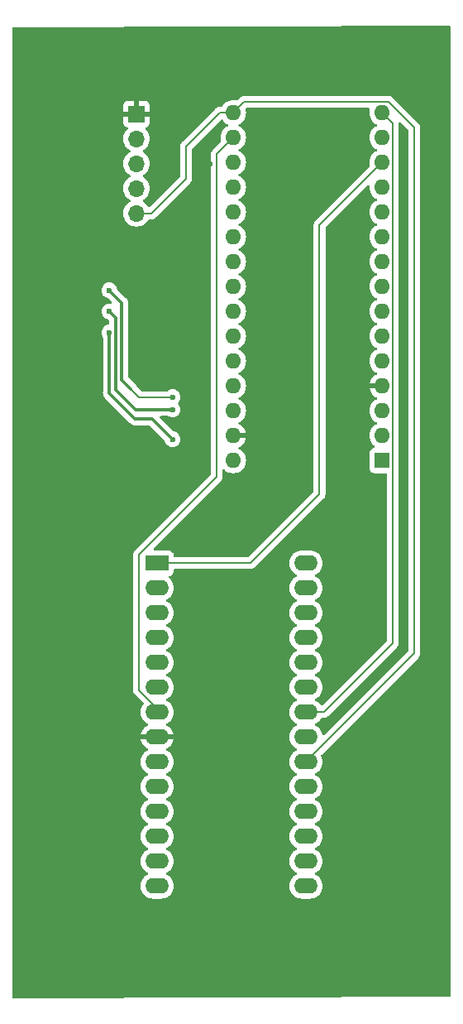
<source format=gbr>
%TF.GenerationSoftware,KiCad,Pcbnew,7.0.11+dfsg-1build4*%
%TF.CreationDate,2024-05-16T01:15:23+10:00*%
%TF.ProjectId,NoBootLoadFlasher,4e6f426f-6f74-44c6-9f61-64466c617368,rev?*%
%TF.SameCoordinates,Original*%
%TF.FileFunction,Copper,L2,Bot*%
%TF.FilePolarity,Positive*%
%FSLAX46Y46*%
G04 Gerber Fmt 4.6, Leading zero omitted, Abs format (unit mm)*
G04 Created by KiCad (PCBNEW 7.0.11+dfsg-1build4) date 2024-05-16 01:15:23*
%MOMM*%
%LPD*%
G01*
G04 APERTURE LIST*
%TA.AperFunction,ComponentPad*%
%ADD10R,1.700000X1.700000*%
%TD*%
%TA.AperFunction,ComponentPad*%
%ADD11O,1.700000X1.700000*%
%TD*%
%TA.AperFunction,ComponentPad*%
%ADD12R,2.400000X1.600000*%
%TD*%
%TA.AperFunction,ComponentPad*%
%ADD13O,2.400000X1.600000*%
%TD*%
%TA.AperFunction,ComponentPad*%
%ADD14O,1.600000X1.600000*%
%TD*%
%TA.AperFunction,ComponentPad*%
%ADD15R,1.600000X1.600000*%
%TD*%
%TA.AperFunction,ViaPad*%
%ADD16C,0.600000*%
%TD*%
%TA.AperFunction,Conductor*%
%ADD17C,0.200000*%
%TD*%
%TA.AperFunction,Conductor*%
%ADD18C,0.300000*%
%TD*%
G04 APERTURE END LIST*
D10*
%TO.P,REF\u002A\u002A,1*%
%TO.N,GND*%
X81534000Y-81407000D03*
D11*
%TO.P,REF\u002A\u002A,2*%
%TO.N,3.3v*%
X81534000Y-83947000D03*
%TO.P,REF\u002A\u002A,3*%
%TO.N,D12*%
X81534000Y-86487000D03*
%TO.P,REF\u002A\u002A,4*%
%TO.N,D10*%
X81534000Y-89027000D03*
%TO.P,REF\u002A\u002A,5*%
%TO.N,D13*%
X81534000Y-91567000D03*
%TD*%
D12*
%TO.P,REF\u002A\u002A,1*%
%TO.N,D10*%
X83639200Y-127341800D03*
D13*
%TO.P,REF\u002A\u002A,2*%
%TO.N,N/C*%
X83639200Y-129881800D03*
%TO.P,REF\u002A\u002A,3*%
X83639200Y-132421800D03*
%TO.P,REF\u002A\u002A,4*%
X83639200Y-134961800D03*
%TO.P,REF\u002A\u002A,5*%
X83639200Y-137501800D03*
%TO.P,REF\u002A\u002A,6*%
X83639200Y-140041800D03*
%TO.P,REF\u002A\u002A,7*%
%TO.N,3.3v*%
X83639200Y-142581800D03*
%TO.P,REF\u002A\u002A,8*%
%TO.N,GND*%
X83639200Y-145121800D03*
%TO.P,REF\u002A\u002A,9*%
%TO.N,N/C*%
X83639200Y-147661800D03*
%TO.P,REF\u002A\u002A,10*%
X83639200Y-150201800D03*
%TO.P,REF\u002A\u002A,11*%
X83639200Y-152741800D03*
%TO.P,REF\u002A\u002A,12*%
X83639200Y-155281800D03*
%TO.P,REF\u002A\u002A,13*%
X83639200Y-157821800D03*
%TO.P,REF\u002A\u002A,14*%
X83639200Y-160361800D03*
%TO.P,REF\u002A\u002A,15*%
X98879200Y-160361800D03*
%TO.P,REF\u002A\u002A,16*%
X98879200Y-157821800D03*
%TO.P,REF\u002A\u002A,17*%
X98879200Y-155281800D03*
%TO.P,REF\u002A\u002A,18*%
X98879200Y-152741800D03*
%TO.P,REF\u002A\u002A,19*%
X98879200Y-150201800D03*
%TO.P,REF\u002A\u002A,20*%
%TO.N,D13*%
X98879200Y-147661800D03*
%TO.P,REF\u002A\u002A,21*%
%TO.N,N/C*%
X98879200Y-145121800D03*
%TO.P,REF\u002A\u002A,22*%
%TO.N,D12*%
X98879200Y-142581800D03*
%TO.P,REF\u002A\u002A,23*%
%TO.N,N/C*%
X98879200Y-140041800D03*
%TO.P,REF\u002A\u002A,24*%
X98879200Y-137501800D03*
%TO.P,REF\u002A\u002A,25*%
X98879200Y-134961800D03*
%TO.P,REF\u002A\u002A,26*%
X98879200Y-132421800D03*
%TO.P,REF\u002A\u002A,27*%
X98879200Y-129881800D03*
%TO.P,REF\u002A\u002A,28*%
X98879200Y-127341800D03*
%TD*%
D14*
%TO.P,LGT8F328P LQFP32 MiniEVB,30*%
%TO.N,N/C*%
X91440000Y-116840000D03*
%TO.P,LGT8F328P LQFP32 MiniEVB,29*%
%TO.N,GND*%
X91440000Y-114300000D03*
%TO.P,LGT8F328P LQFP32 MiniEVB,28*%
%TO.N,N/C*%
X91440000Y-111760000D03*
%TO.P,LGT8F328P LQFP32 MiniEVB,27*%
X91440000Y-109220000D03*
%TO.P,LGT8F328P LQFP32 MiniEVB,26*%
X91440000Y-106680000D03*
%TO.P,LGT8F328P LQFP32 MiniEVB,25*%
X91440000Y-104140000D03*
%TO.P,LGT8F328P LQFP32 MiniEVB,24*%
X91440000Y-101600000D03*
%TO.P,LGT8F328P LQFP32 MiniEVB,23*%
X91440000Y-99060000D03*
%TO.P,LGT8F328P LQFP32 MiniEVB,22*%
X91440000Y-96520000D03*
%TO.P,LGT8F328P LQFP32 MiniEVB,21*%
X91440000Y-93980000D03*
%TO.P,LGT8F328P LQFP32 MiniEVB,20*%
X91440000Y-91440000D03*
%TO.P,LGT8F328P LQFP32 MiniEVB,19*%
X91440000Y-88900000D03*
%TO.P,LGT8F328P LQFP32 MiniEVB,18*%
X91440000Y-86360000D03*
%TO.P,LGT8F328P LQFP32 MiniEVB,17*%
%TO.N,3.3v*%
X91440000Y-83820000D03*
%TO.P,LGT8F328P LQFP32 MiniEVB,16*%
%TO.N,D13*%
X91440000Y-81280000D03*
%TO.P,LGT8F328P LQFP32 MiniEVB,15*%
%TO.N,D12*%
X106680000Y-81280000D03*
%TO.P,LGT8F328P LQFP32 MiniEVB,14*%
%TO.N,N/C*%
X106680000Y-83820000D03*
%TO.P,LGT8F328P LQFP32 MiniEVB,13*%
%TO.N,D10*%
X106680000Y-86360000D03*
%TO.P,LGT8F328P LQFP32 MiniEVB,12*%
%TO.N,LED1*%
X106680000Y-88900000D03*
%TO.P,LGT8F328P LQFP32 MiniEVB,11*%
%TO.N,LED2*%
X106680000Y-91440000D03*
%TO.P,LGT8F328P LQFP32 MiniEVB,10*%
%TO.N,LED3*%
X106680000Y-93980000D03*
%TO.P,LGT8F328P LQFP32 MiniEVB,9*%
%TO.N,N/C*%
X106680000Y-96520000D03*
%TO.P,LGT8F328P LQFP32 MiniEVB,8*%
X106680000Y-99060000D03*
%TO.P,LGT8F328P LQFP32 MiniEVB,7*%
X106680000Y-101600000D03*
%TO.P,LGT8F328P LQFP32 MiniEVB,6*%
X106680000Y-104140000D03*
%TO.P,LGT8F328P LQFP32 MiniEVB,5*%
X106680000Y-106680000D03*
%TO.P,LGT8F328P LQFP32 MiniEVB,4*%
%TO.N,GND*%
X106680000Y-109220000D03*
%TO.P,LGT8F328P LQFP32 MiniEVB,3*%
%TO.N,N/C*%
X106680000Y-111760000D03*
%TO.P,LGT8F328P LQFP32 MiniEVB,2*%
X106680000Y-114300000D03*
D15*
%TO.P,LGT8F328P LQFP32 MiniEVB,1*%
X106680000Y-116840000D03*
%TD*%
D16*
%TO.N,GND*%
X102870000Y-83820000D03*
X99060000Y-83820000D03*
X95250000Y-117221000D03*
X87122000Y-114681000D03*
X108839000Y-136017000D03*
X84709000Y-86487000D03*
X84709000Y-84328000D03*
X99060000Y-88392000D03*
X99060000Y-101854000D03*
X102870000Y-88392000D03*
X108966000Y-85979000D03*
X89027000Y-86487000D03*
X102870000Y-97790000D03*
X102870000Y-93980000D03*
X100838000Y-143891000D03*
X99060000Y-111633000D03*
X108839000Y-117094000D03*
X99060000Y-93980000D03*
X95250000Y-111633000D03*
X95250000Y-93980000D03*
X99070000Y-97790000D03*
X95250000Y-106426000D03*
X88900000Y-108712000D03*
X99060000Y-117221000D03*
X89027000Y-84328000D03*
X88900000Y-111125000D03*
X93345000Y-86360000D03*
X108966000Y-100457000D03*
X95250000Y-88392000D03*
%TO.N,LED1_R*%
X85217000Y-110363000D03*
X78740000Y-99441000D03*
%TO.N,LED2_R*%
X78740000Y-101600000D03*
X85217000Y-111633000D03*
%TO.N,LED3_R*%
X85217000Y-114681000D03*
X78740000Y-103759000D03*
%TD*%
D17*
%TO.N,3.3v*%
X91440000Y-83820000D02*
X89724000Y-85536000D01*
X89724000Y-118556000D02*
X81788000Y-126492000D01*
X81788000Y-126492000D02*
X81788000Y-140335000D01*
X83639200Y-142186200D02*
X81788000Y-140335000D01*
X89724000Y-85536000D02*
X89724000Y-118556000D01*
X83639200Y-142581800D02*
X83639200Y-142186200D01*
%TO.N,D12*%
X98879200Y-142581800D02*
X100707200Y-142581800D01*
X106680000Y-81280000D02*
X107780000Y-82380000D01*
X107780000Y-82380000D02*
X107780000Y-135509000D01*
X100707200Y-142581800D02*
X107780000Y-135509000D01*
%TO.N,D10*%
X106680000Y-86360000D02*
X100266500Y-92773500D01*
X93218000Y-127341800D02*
X83639200Y-127341800D01*
X100266500Y-120293300D02*
X93218000Y-127341800D01*
X100266500Y-92773500D02*
X100266500Y-120293300D01*
%TO.N,D13*%
X86614000Y-84709000D02*
X90043000Y-81280000D01*
X90043000Y-81280000D02*
X91440000Y-81280000D01*
X109982000Y-136559000D02*
X98879200Y-147661800D01*
X83058000Y-91567000D02*
X86614000Y-88011000D01*
X92540000Y-80180000D02*
X107358000Y-80180000D01*
X107358000Y-80180000D02*
X109982000Y-82804000D01*
X81534000Y-91567000D02*
X83058000Y-91567000D01*
X109982000Y-82804000D02*
X109982000Y-136559000D01*
X91440000Y-81280000D02*
X92540000Y-80180000D01*
X86614000Y-88011000D02*
X86614000Y-84709000D01*
%TO.N,LED1_R*%
X85217000Y-110363000D02*
X81788000Y-110363000D01*
X81788000Y-110363000D02*
X80962500Y-109537500D01*
D18*
X80010000Y-100711000D02*
X80010000Y-108585000D01*
X78740000Y-99441000D02*
X80010000Y-100711000D01*
X80010000Y-108585000D02*
X80962500Y-109537500D01*
%TO.N,LED2_R*%
X78740000Y-101600000D02*
X79390000Y-102250000D01*
X83439000Y-111633000D02*
X85217000Y-111633000D01*
X81422000Y-111633000D02*
X83439000Y-111633000D01*
X79390000Y-109601000D02*
X81422000Y-111633000D01*
X79390000Y-102250000D02*
X79390000Y-109601000D01*
%TO.N,LED3_R*%
X78740000Y-103759000D02*
X78740000Y-109982000D01*
X81343500Y-112585500D02*
X83121500Y-112585500D01*
X85217000Y-114681000D02*
X83121500Y-112585500D01*
X78740000Y-109982000D02*
X81343500Y-112585500D01*
%TD*%
%TA.AperFunction,Conductor*%
%TO.N,GND*%
G36*
X108575589Y-82250401D02*
G01*
X108594998Y-82266233D01*
X109345181Y-83016416D01*
X109378666Y-83077739D01*
X109381500Y-83104097D01*
X109381500Y-136258902D01*
X109361815Y-136325941D01*
X109345181Y-136346583D01*
X100765692Y-144926071D01*
X100704369Y-144959556D01*
X100634677Y-144954572D01*
X100578744Y-144912700D01*
X100558237Y-144870486D01*
X100505939Y-144675304D01*
X100409768Y-144469066D01*
X100279247Y-144282661D01*
X100279245Y-144282658D01*
X100118341Y-144121754D01*
X99931934Y-143991232D01*
X99931928Y-143991229D01*
X99873925Y-143964182D01*
X99821485Y-143918010D01*
X99802333Y-143850817D01*
X99822548Y-143783935D01*
X99873925Y-143739418D01*
X99931934Y-143712368D01*
X100118339Y-143581847D01*
X100279247Y-143420939D01*
X100409318Y-143235175D01*
X100463893Y-143191552D01*
X100510892Y-143182300D01*
X100659713Y-143182300D01*
X100675897Y-143183360D01*
X100707200Y-143187482D01*
X100707201Y-143187482D01*
X100759454Y-143180602D01*
X100863962Y-143166844D01*
X101010041Y-143106336D01*
X101135482Y-143010082D01*
X101154709Y-142985023D01*
X101165390Y-142972843D01*
X108171043Y-135967190D01*
X108183223Y-135956509D01*
X108208282Y-135937282D01*
X108304536Y-135811841D01*
X108365044Y-135665762D01*
X108380500Y-135548361D01*
X108385682Y-135509000D01*
X108381561Y-135477697D01*
X108380500Y-135461512D01*
X108380500Y-82427487D01*
X108381561Y-82411301D01*
X108381657Y-82410570D01*
X108385682Y-82380000D01*
X108384378Y-82370099D01*
X108395142Y-82301068D01*
X108441520Y-82248811D01*
X108508788Y-82229923D01*
X108575589Y-82250401D01*
G37*
%TD.AperFunction*%
%TA.AperFunction,Conductor*%
G36*
X105372902Y-80800185D02*
G01*
X105418657Y-80852989D01*
X105428601Y-80922147D01*
X105425638Y-80936593D01*
X105394366Y-81053302D01*
X105394364Y-81053313D01*
X105374532Y-81279998D01*
X105374532Y-81280001D01*
X105394364Y-81506686D01*
X105394366Y-81506697D01*
X105453258Y-81726488D01*
X105453261Y-81726497D01*
X105549431Y-81932732D01*
X105549432Y-81932734D01*
X105679954Y-82119141D01*
X105840858Y-82280045D01*
X105840861Y-82280047D01*
X106027266Y-82410568D01*
X106046123Y-82419361D01*
X106085275Y-82437618D01*
X106137714Y-82483791D01*
X106156866Y-82550984D01*
X106136650Y-82617865D01*
X106085275Y-82662382D01*
X106027267Y-82689431D01*
X106027265Y-82689432D01*
X105840858Y-82819954D01*
X105679954Y-82980858D01*
X105549432Y-83167265D01*
X105549431Y-83167267D01*
X105453261Y-83373502D01*
X105453258Y-83373511D01*
X105394366Y-83593302D01*
X105394364Y-83593313D01*
X105374532Y-83819998D01*
X105374532Y-83820001D01*
X105394364Y-84046686D01*
X105394366Y-84046697D01*
X105453258Y-84266488D01*
X105453261Y-84266497D01*
X105549431Y-84472732D01*
X105549432Y-84472734D01*
X105679954Y-84659141D01*
X105840858Y-84820045D01*
X105840861Y-84820047D01*
X106027266Y-84950568D01*
X106042636Y-84957735D01*
X106085275Y-84977618D01*
X106137714Y-85023791D01*
X106156866Y-85090984D01*
X106136650Y-85157865D01*
X106085275Y-85202382D01*
X106027267Y-85229431D01*
X106027265Y-85229432D01*
X105840858Y-85359954D01*
X105679954Y-85520858D01*
X105549432Y-85707265D01*
X105549431Y-85707267D01*
X105453261Y-85913502D01*
X105453258Y-85913511D01*
X105394366Y-86133302D01*
X105394364Y-86133313D01*
X105374532Y-86359998D01*
X105374532Y-86360001D01*
X105394364Y-86586686D01*
X105394366Y-86586697D01*
X105420152Y-86682931D01*
X105418489Y-86752781D01*
X105388058Y-86802705D01*
X99875465Y-92315298D01*
X99863275Y-92325989D01*
X99838220Y-92345215D01*
X99838218Y-92345218D01*
X99765453Y-92440047D01*
X99765452Y-92440047D01*
X99741964Y-92470657D01*
X99681456Y-92616737D01*
X99681455Y-92616739D01*
X99660818Y-92773498D01*
X99660818Y-92773500D01*
X99664939Y-92804801D01*
X99666000Y-92820987D01*
X99666000Y-119993203D01*
X99646315Y-120060242D01*
X99629681Y-120080884D01*
X93005584Y-126704981D01*
X92944261Y-126738466D01*
X92917903Y-126741300D01*
X85463699Y-126741300D01*
X85396660Y-126721615D01*
X85350905Y-126668811D01*
X85339699Y-126617300D01*
X85339699Y-126493929D01*
X85339698Y-126493923D01*
X85339491Y-126492000D01*
X85333291Y-126434317D01*
X85298767Y-126341754D01*
X85282997Y-126299471D01*
X85282993Y-126299464D01*
X85196747Y-126184255D01*
X85196744Y-126184252D01*
X85081535Y-126098006D01*
X85081528Y-126098002D01*
X84946682Y-126047708D01*
X84946683Y-126047708D01*
X84887083Y-126041301D01*
X84887081Y-126041300D01*
X84887073Y-126041300D01*
X84887065Y-126041300D01*
X83387296Y-126041300D01*
X83320257Y-126021615D01*
X83274502Y-125968811D01*
X83264558Y-125899653D01*
X83293583Y-125836097D01*
X83299615Y-125829619D01*
X90115043Y-119014190D01*
X90127223Y-119003509D01*
X90152282Y-118984282D01*
X90248536Y-118858841D01*
X90309044Y-118712762D01*
X90324500Y-118595361D01*
X90329682Y-118556000D01*
X90325561Y-118524697D01*
X90324500Y-118508512D01*
X90324500Y-117863049D01*
X90344185Y-117796010D01*
X90396989Y-117750255D01*
X90466147Y-117740311D01*
X90529703Y-117769336D01*
X90536181Y-117775368D01*
X90600858Y-117840045D01*
X90600861Y-117840047D01*
X90787266Y-117970568D01*
X90993504Y-118066739D01*
X91213308Y-118125635D01*
X91375230Y-118139801D01*
X91439998Y-118145468D01*
X91440000Y-118145468D01*
X91440002Y-118145468D01*
X91496807Y-118140498D01*
X91666692Y-118125635D01*
X91886496Y-118066739D01*
X92092734Y-117970568D01*
X92279139Y-117840047D01*
X92440047Y-117679139D01*
X92570568Y-117492734D01*
X92666739Y-117286496D01*
X92725635Y-117066692D01*
X92745468Y-116840000D01*
X92725635Y-116613308D01*
X92666739Y-116393504D01*
X92570568Y-116187266D01*
X92440047Y-116000861D01*
X92440045Y-116000858D01*
X92279141Y-115839954D01*
X92092734Y-115709432D01*
X92092732Y-115709431D01*
X92081275Y-115704088D01*
X92034132Y-115682105D01*
X91981694Y-115635934D01*
X91962542Y-115568740D01*
X91982758Y-115501859D01*
X92034134Y-115457341D01*
X92092484Y-115430132D01*
X92278820Y-115299657D01*
X92439657Y-115138820D01*
X92570134Y-114952482D01*
X92666265Y-114746326D01*
X92666269Y-114746317D01*
X92718872Y-114550000D01*
X91873686Y-114550000D01*
X91899493Y-114509844D01*
X91940000Y-114371889D01*
X91940000Y-114228111D01*
X91899493Y-114090156D01*
X91873686Y-114050000D01*
X92718872Y-114050000D01*
X92718872Y-114049999D01*
X92666269Y-113853682D01*
X92666265Y-113853673D01*
X92570134Y-113647517D01*
X92439657Y-113461179D01*
X92278820Y-113300342D01*
X92092482Y-113169865D01*
X92034133Y-113142657D01*
X91981694Y-113096484D01*
X91962542Y-113029291D01*
X91982758Y-112962410D01*
X92034129Y-112917895D01*
X92092734Y-112890568D01*
X92279139Y-112760047D01*
X92440047Y-112599139D01*
X92570568Y-112412734D01*
X92666739Y-112206496D01*
X92725635Y-111986692D01*
X92745468Y-111760000D01*
X92725635Y-111533308D01*
X92666739Y-111313504D01*
X92570568Y-111107266D01*
X92440047Y-110920861D01*
X92440045Y-110920858D01*
X92279141Y-110759954D01*
X92092734Y-110629432D01*
X92092728Y-110629429D01*
X92034725Y-110602382D01*
X91982285Y-110556210D01*
X91963133Y-110489017D01*
X91983348Y-110422135D01*
X92034725Y-110377618D01*
X92035317Y-110377342D01*
X92092734Y-110350568D01*
X92279139Y-110220047D01*
X92440047Y-110059139D01*
X92570568Y-109872734D01*
X92666739Y-109666496D01*
X92725635Y-109446692D01*
X92745468Y-109220000D01*
X92725635Y-108993308D01*
X92666739Y-108773504D01*
X92570568Y-108567266D01*
X92440047Y-108380861D01*
X92440045Y-108380858D01*
X92279141Y-108219954D01*
X92092734Y-108089432D01*
X92092728Y-108089429D01*
X92034725Y-108062382D01*
X91982285Y-108016210D01*
X91963133Y-107949017D01*
X91983348Y-107882135D01*
X92034725Y-107837618D01*
X92092734Y-107810568D01*
X92279139Y-107680047D01*
X92440047Y-107519139D01*
X92570568Y-107332734D01*
X92666739Y-107126496D01*
X92725635Y-106906692D01*
X92745468Y-106680000D01*
X92725635Y-106453308D01*
X92666739Y-106233504D01*
X92570568Y-106027266D01*
X92440047Y-105840861D01*
X92440045Y-105840858D01*
X92279141Y-105679954D01*
X92092734Y-105549432D01*
X92092728Y-105549429D01*
X92034725Y-105522382D01*
X91982285Y-105476210D01*
X91963133Y-105409017D01*
X91983348Y-105342135D01*
X92034725Y-105297618D01*
X92092734Y-105270568D01*
X92279139Y-105140047D01*
X92440047Y-104979139D01*
X92570568Y-104792734D01*
X92666739Y-104586496D01*
X92725635Y-104366692D01*
X92745468Y-104140000D01*
X92725635Y-103913308D01*
X92666739Y-103693504D01*
X92570568Y-103487266D01*
X92440047Y-103300861D01*
X92440045Y-103300858D01*
X92279141Y-103139954D01*
X92092734Y-103009432D01*
X92092728Y-103009429D01*
X92034725Y-102982382D01*
X91982285Y-102936210D01*
X91963133Y-102869017D01*
X91983348Y-102802135D01*
X92034725Y-102757618D01*
X92092734Y-102730568D01*
X92279139Y-102600047D01*
X92440047Y-102439139D01*
X92570568Y-102252734D01*
X92666739Y-102046496D01*
X92725635Y-101826692D01*
X92745468Y-101600000D01*
X92725635Y-101373308D01*
X92666739Y-101153504D01*
X92570568Y-100947266D01*
X92453790Y-100780488D01*
X92440045Y-100760858D01*
X92279141Y-100599954D01*
X92092734Y-100469432D01*
X92092728Y-100469429D01*
X92034725Y-100442382D01*
X91982285Y-100396210D01*
X91963133Y-100329017D01*
X91983348Y-100262135D01*
X92034725Y-100217618D01*
X92092734Y-100190568D01*
X92279139Y-100060047D01*
X92440047Y-99899139D01*
X92570568Y-99712734D01*
X92666739Y-99506496D01*
X92725635Y-99286692D01*
X92745468Y-99060000D01*
X92725635Y-98833308D01*
X92666739Y-98613504D01*
X92570568Y-98407266D01*
X92440047Y-98220861D01*
X92440045Y-98220858D01*
X92279141Y-98059954D01*
X92092734Y-97929432D01*
X92092728Y-97929429D01*
X92034725Y-97902382D01*
X91982285Y-97856210D01*
X91963133Y-97789017D01*
X91983348Y-97722135D01*
X92034725Y-97677618D01*
X92092734Y-97650568D01*
X92279139Y-97520047D01*
X92440047Y-97359139D01*
X92570568Y-97172734D01*
X92666739Y-96966496D01*
X92725635Y-96746692D01*
X92745468Y-96520000D01*
X92725635Y-96293308D01*
X92666739Y-96073504D01*
X92570568Y-95867266D01*
X92440047Y-95680861D01*
X92440045Y-95680858D01*
X92279141Y-95519954D01*
X92092734Y-95389432D01*
X92092728Y-95389429D01*
X92034725Y-95362382D01*
X91982285Y-95316210D01*
X91963133Y-95249017D01*
X91983348Y-95182135D01*
X92034725Y-95137618D01*
X92092734Y-95110568D01*
X92279139Y-94980047D01*
X92440047Y-94819139D01*
X92570568Y-94632734D01*
X92666739Y-94426496D01*
X92725635Y-94206692D01*
X92745468Y-93980000D01*
X92725635Y-93753308D01*
X92666739Y-93533504D01*
X92570568Y-93327266D01*
X92440047Y-93140861D01*
X92440045Y-93140858D01*
X92279141Y-92979954D01*
X92092734Y-92849432D01*
X92092728Y-92849429D01*
X92034725Y-92822382D01*
X91982285Y-92776210D01*
X91963133Y-92709017D01*
X91983348Y-92642135D01*
X92034725Y-92597618D01*
X92092734Y-92570568D01*
X92279139Y-92440047D01*
X92440047Y-92279139D01*
X92570568Y-92092734D01*
X92666739Y-91886496D01*
X92725635Y-91666692D01*
X92745468Y-91440000D01*
X92725635Y-91213308D01*
X92666739Y-90993504D01*
X92570568Y-90787266D01*
X92440047Y-90600861D01*
X92440045Y-90600858D01*
X92279141Y-90439954D01*
X92092734Y-90309432D01*
X92092728Y-90309429D01*
X92034725Y-90282382D01*
X91982285Y-90236210D01*
X91963133Y-90169017D01*
X91983348Y-90102135D01*
X92034725Y-90057618D01*
X92092734Y-90030568D01*
X92279139Y-89900047D01*
X92440047Y-89739139D01*
X92570568Y-89552734D01*
X92666739Y-89346496D01*
X92725635Y-89126692D01*
X92745468Y-88900000D01*
X92725635Y-88673308D01*
X92666739Y-88453504D01*
X92570568Y-88247266D01*
X92440047Y-88060861D01*
X92440045Y-88060858D01*
X92279141Y-87899954D01*
X92092734Y-87769432D01*
X92092728Y-87769429D01*
X92034725Y-87742382D01*
X91982285Y-87696210D01*
X91963133Y-87629017D01*
X91983348Y-87562135D01*
X92034725Y-87517618D01*
X92092734Y-87490568D01*
X92279139Y-87360047D01*
X92440047Y-87199139D01*
X92570568Y-87012734D01*
X92666739Y-86806496D01*
X92725635Y-86586692D01*
X92745468Y-86360000D01*
X92725635Y-86133308D01*
X92666739Y-85913504D01*
X92570568Y-85707266D01*
X92440047Y-85520861D01*
X92440045Y-85520858D01*
X92279141Y-85359954D01*
X92092734Y-85229432D01*
X92092728Y-85229429D01*
X92034725Y-85202382D01*
X91982285Y-85156210D01*
X91963133Y-85089017D01*
X91983348Y-85022135D01*
X92034725Y-84977618D01*
X92092734Y-84950568D01*
X92279139Y-84820047D01*
X92440047Y-84659139D01*
X92570568Y-84472734D01*
X92666739Y-84266496D01*
X92725635Y-84046692D01*
X92745468Y-83820000D01*
X92725635Y-83593308D01*
X92666739Y-83373504D01*
X92570568Y-83167266D01*
X92440047Y-82980861D01*
X92440045Y-82980858D01*
X92279141Y-82819954D01*
X92092734Y-82689432D01*
X92092728Y-82689429D01*
X92034725Y-82662382D01*
X91982285Y-82616210D01*
X91963133Y-82549017D01*
X91983348Y-82482135D01*
X92034725Y-82437618D01*
X92092734Y-82410568D01*
X92279139Y-82280047D01*
X92440047Y-82119139D01*
X92570568Y-81932734D01*
X92666739Y-81726496D01*
X92725635Y-81506692D01*
X92745468Y-81280000D01*
X92725635Y-81053308D01*
X92699847Y-80957066D01*
X92701510Y-80887218D01*
X92731942Y-80837291D01*
X92752421Y-80816814D01*
X92813746Y-80783333D01*
X92840098Y-80780500D01*
X105305863Y-80780500D01*
X105372902Y-80800185D01*
G37*
%TD.AperFunction*%
%TA.AperFunction,Conductor*%
G36*
X113615250Y-72403731D02*
G01*
X113661151Y-72456408D01*
X113672500Y-72508232D01*
X113672500Y-171589226D01*
X113652815Y-171656265D01*
X113600011Y-171702020D01*
X113548843Y-171713226D01*
X68950843Y-171836766D01*
X68883750Y-171817267D01*
X68837849Y-171764590D01*
X68826500Y-171712766D01*
X68826500Y-103759003D01*
X77934435Y-103759003D01*
X77954630Y-103938249D01*
X77954631Y-103938254D01*
X78014211Y-104108524D01*
X78070493Y-104198094D01*
X78089500Y-104264067D01*
X78089500Y-109896494D01*
X78087732Y-109912505D01*
X78087974Y-109912528D01*
X78087240Y-109920294D01*
X78089439Y-109990262D01*
X78089500Y-109994157D01*
X78089500Y-110022920D01*
X78089501Y-110022938D01*
X78090053Y-110027311D01*
X78090968Y-110038941D01*
X78092402Y-110084567D01*
X78092403Y-110084570D01*
X78098323Y-110104948D01*
X78102268Y-110123996D01*
X78104928Y-110145054D01*
X78104931Y-110145065D01*
X78121737Y-110187514D01*
X78125520Y-110198563D01*
X78138254Y-110242395D01*
X78138255Y-110242397D01*
X78149060Y-110260666D01*
X78157617Y-110278134D01*
X78163226Y-110292300D01*
X78165432Y-110297872D01*
X78192266Y-110334806D01*
X78198678Y-110344568D01*
X78202226Y-110350568D01*
X78221919Y-110383865D01*
X78221923Y-110383869D01*
X78236925Y-110398871D01*
X78249563Y-110413669D01*
X78262033Y-110430833D01*
X78262036Y-110430837D01*
X78297213Y-110459937D01*
X78305854Y-110467800D01*
X80823064Y-112985010D01*
X80833135Y-112997580D01*
X80833322Y-112997426D01*
X80838295Y-113003437D01*
X80838297Y-113003439D01*
X80838298Y-113003440D01*
X80867921Y-113031258D01*
X80889332Y-113051364D01*
X80892129Y-113054075D01*
X80912467Y-113074413D01*
X80915950Y-113077115D01*
X80924826Y-113084696D01*
X80939142Y-113098139D01*
X80958107Y-113115948D01*
X80958110Y-113115950D01*
X80958112Y-113115951D01*
X80976707Y-113126174D01*
X80992968Y-113136856D01*
X81009732Y-113149859D01*
X81009736Y-113149862D01*
X81051638Y-113167994D01*
X81062112Y-113173125D01*
X81102132Y-113195127D01*
X81122704Y-113200408D01*
X81141094Y-113206705D01*
X81160574Y-113215135D01*
X81205675Y-113222277D01*
X81217086Y-113224641D01*
X81261323Y-113236000D01*
X81282545Y-113236000D01*
X81301944Y-113237526D01*
X81322905Y-113240847D01*
X81368360Y-113236550D01*
X81380030Y-113236000D01*
X82800692Y-113236000D01*
X82867731Y-113255685D01*
X82888373Y-113272319D01*
X84395277Y-114779223D01*
X84428762Y-114840546D01*
X84430815Y-114853012D01*
X84431630Y-114860246D01*
X84431632Y-114860255D01*
X84491210Y-115030521D01*
X84559259Y-115138820D01*
X84587184Y-115183262D01*
X84714738Y-115310816D01*
X84867478Y-115406789D01*
X84966242Y-115441348D01*
X85037745Y-115466368D01*
X85037750Y-115466369D01*
X85216996Y-115486565D01*
X85217000Y-115486565D01*
X85217004Y-115486565D01*
X85396249Y-115466369D01*
X85396252Y-115466368D01*
X85396255Y-115466368D01*
X85566522Y-115406789D01*
X85719262Y-115310816D01*
X85846816Y-115183262D01*
X85942789Y-115030522D01*
X86002368Y-114860255D01*
X86009157Y-114800000D01*
X86022565Y-114681003D01*
X86022565Y-114680996D01*
X86002369Y-114501750D01*
X86002368Y-114501745D01*
X85942788Y-114331476D01*
X85846815Y-114178737D01*
X85719262Y-114051184D01*
X85566521Y-113955210D01*
X85396255Y-113895632D01*
X85396246Y-113895630D01*
X85389012Y-113894815D01*
X85324600Y-113867744D01*
X85315223Y-113859277D01*
X83951127Y-112495181D01*
X83917642Y-112433858D01*
X83922626Y-112364166D01*
X83964498Y-112308233D01*
X84029962Y-112283816D01*
X84038808Y-112283500D01*
X84711932Y-112283500D01*
X84777904Y-112302506D01*
X84867477Y-112358789D01*
X84867481Y-112358790D01*
X85037737Y-112418366D01*
X85037743Y-112418367D01*
X85037745Y-112418368D01*
X85037746Y-112418368D01*
X85037750Y-112418369D01*
X85216996Y-112438565D01*
X85217000Y-112438565D01*
X85217004Y-112438565D01*
X85396249Y-112418369D01*
X85396252Y-112418368D01*
X85396255Y-112418368D01*
X85566522Y-112358789D01*
X85719262Y-112262816D01*
X85846816Y-112135262D01*
X85942789Y-111982522D01*
X86002368Y-111812255D01*
X86022565Y-111633000D01*
X86011333Y-111533313D01*
X86002369Y-111453750D01*
X86002368Y-111453745D01*
X85953298Y-111313511D01*
X85942789Y-111283478D01*
X85846816Y-111130738D01*
X85801759Y-111085681D01*
X85768274Y-111024358D01*
X85773258Y-110954666D01*
X85801759Y-110910319D01*
X85846816Y-110865262D01*
X85942789Y-110712522D01*
X86002368Y-110542255D01*
X86002369Y-110542249D01*
X86022565Y-110363003D01*
X86022565Y-110362996D01*
X86002369Y-110183750D01*
X86002368Y-110183745D01*
X85951699Y-110038941D01*
X85942789Y-110013478D01*
X85928201Y-109990262D01*
X85884239Y-109920296D01*
X85846816Y-109860738D01*
X85719262Y-109733184D01*
X85673898Y-109704680D01*
X85566523Y-109637211D01*
X85396254Y-109577631D01*
X85396249Y-109577630D01*
X85217004Y-109557435D01*
X85216996Y-109557435D01*
X85037750Y-109577630D01*
X85037745Y-109577631D01*
X84867476Y-109637211D01*
X84714736Y-109733185D01*
X84711903Y-109735445D01*
X84709724Y-109736334D01*
X84708842Y-109736889D01*
X84708744Y-109736734D01*
X84647217Y-109761855D01*
X84634588Y-109762500D01*
X82088097Y-109762500D01*
X82021058Y-109742815D01*
X82000416Y-109726181D01*
X81590817Y-109316582D01*
X81568454Y-109283675D01*
X81568216Y-109283817D01*
X81565969Y-109280018D01*
X81564693Y-109278140D01*
X81564245Y-109277106D01*
X81564244Y-109277101D01*
X81530475Y-109220001D01*
X81480583Y-109135638D01*
X81480576Y-109135629D01*
X80696819Y-108351872D01*
X80663334Y-108290549D01*
X80660500Y-108264191D01*
X80660500Y-100796501D01*
X80662268Y-100780488D01*
X80662026Y-100780466D01*
X80662758Y-100772710D01*
X80662760Y-100772703D01*
X80660561Y-100702735D01*
X80660500Y-100698840D01*
X80660500Y-100670077D01*
X80660499Y-100670070D01*
X80659949Y-100665716D01*
X80659030Y-100654054D01*
X80657597Y-100608430D01*
X80651676Y-100588052D01*
X80647731Y-100569003D01*
X80645071Y-100547942D01*
X80628261Y-100505487D01*
X80624481Y-100494445D01*
X80611744Y-100450601D01*
X80600939Y-100432332D01*
X80592379Y-100414858D01*
X80591351Y-100412262D01*
X80584568Y-100395129D01*
X80557737Y-100358199D01*
X80551323Y-100348435D01*
X80528081Y-100309135D01*
X80513075Y-100294129D01*
X80500435Y-100279330D01*
X80487961Y-100262160D01*
X80452780Y-100233056D01*
X80444140Y-100225194D01*
X79561722Y-99342776D01*
X79528237Y-99281453D01*
X79526182Y-99268973D01*
X79525368Y-99261745D01*
X79465789Y-99091478D01*
X79369816Y-98938738D01*
X79242262Y-98811184D01*
X79089523Y-98715211D01*
X78919254Y-98655631D01*
X78919249Y-98655630D01*
X78740004Y-98635435D01*
X78739996Y-98635435D01*
X78560750Y-98655630D01*
X78560745Y-98655631D01*
X78390476Y-98715211D01*
X78237737Y-98811184D01*
X78110184Y-98938737D01*
X78014211Y-99091476D01*
X77954631Y-99261745D01*
X77954630Y-99261750D01*
X77934435Y-99440996D01*
X77934435Y-99441003D01*
X77954630Y-99620249D01*
X77954631Y-99620254D01*
X78014211Y-99790523D01*
X78082461Y-99899141D01*
X78110184Y-99943262D01*
X78237738Y-100070816D01*
X78390478Y-100166789D01*
X78560745Y-100226368D01*
X78567974Y-100227182D01*
X78632388Y-100254246D01*
X78641776Y-100262722D01*
X78977954Y-100598900D01*
X79011439Y-100660223D01*
X79006455Y-100729915D01*
X78964583Y-100785848D01*
X78899119Y-100810265D01*
X78876390Y-100809801D01*
X78740004Y-100794435D01*
X78739996Y-100794435D01*
X78560750Y-100814630D01*
X78560745Y-100814631D01*
X78390476Y-100874211D01*
X78237737Y-100970184D01*
X78110184Y-101097737D01*
X78014211Y-101250476D01*
X77954631Y-101420745D01*
X77954630Y-101420750D01*
X77934435Y-101599996D01*
X77934435Y-101600003D01*
X77954630Y-101779249D01*
X77954631Y-101779254D01*
X78014211Y-101949523D01*
X78075139Y-102046488D01*
X78110184Y-102102262D01*
X78237738Y-102229816D01*
X78390478Y-102325789D01*
X78560745Y-102385368D01*
X78567974Y-102386182D01*
X78632388Y-102413247D01*
X78641775Y-102421721D01*
X78703181Y-102483126D01*
X78736666Y-102544449D01*
X78739500Y-102570808D01*
X78739500Y-102842677D01*
X78719815Y-102909716D01*
X78667011Y-102955471D01*
X78629384Y-102965897D01*
X78560750Y-102973630D01*
X78390478Y-103033210D01*
X78237737Y-103129184D01*
X78110184Y-103256737D01*
X78014211Y-103409476D01*
X77954631Y-103579745D01*
X77954630Y-103579750D01*
X77934435Y-103758996D01*
X77934435Y-103759003D01*
X68826500Y-103759003D01*
X68826500Y-91567000D01*
X80178341Y-91567000D01*
X80198936Y-91802403D01*
X80198938Y-91802413D01*
X80260094Y-92030655D01*
X80260096Y-92030659D01*
X80260097Y-92030663D01*
X80324400Y-92168561D01*
X80359965Y-92244830D01*
X80359967Y-92244834D01*
X80433784Y-92350255D01*
X80495505Y-92438401D01*
X80662599Y-92605495D01*
X80750064Y-92666739D01*
X80856165Y-92741032D01*
X80856167Y-92741033D01*
X80856170Y-92741035D01*
X81070337Y-92840903D01*
X81298592Y-92902063D01*
X81486918Y-92918539D01*
X81533999Y-92922659D01*
X81534000Y-92922659D01*
X81534001Y-92922659D01*
X81573234Y-92919226D01*
X81769408Y-92902063D01*
X81997663Y-92840903D01*
X82211830Y-92741035D01*
X82405401Y-92605495D01*
X82572495Y-92438401D01*
X82708035Y-92244830D01*
X82710707Y-92239097D01*
X82756878Y-92186658D01*
X82823091Y-92167500D01*
X83010513Y-92167500D01*
X83026697Y-92168560D01*
X83058000Y-92172682D01*
X83058001Y-92172682D01*
X83110254Y-92165802D01*
X83214762Y-92152044D01*
X83360841Y-92091536D01*
X83486282Y-91995282D01*
X83505509Y-91970223D01*
X83516190Y-91958043D01*
X87005043Y-88469190D01*
X87017223Y-88458509D01*
X87042282Y-88439282D01*
X87138536Y-88313841D01*
X87199044Y-88167762D01*
X87214500Y-88050361D01*
X87219682Y-88011000D01*
X87215561Y-87979697D01*
X87214500Y-87963512D01*
X87214500Y-85009096D01*
X87234185Y-84942057D01*
X87250814Y-84921420D01*
X90176138Y-81996095D01*
X90237459Y-81962612D01*
X90307151Y-81967596D01*
X90363084Y-82009468D01*
X90365392Y-82012655D01*
X90439953Y-82119140D01*
X90600858Y-82280045D01*
X90600861Y-82280047D01*
X90787266Y-82410568D01*
X90806123Y-82419361D01*
X90845275Y-82437618D01*
X90897714Y-82483791D01*
X90916866Y-82550984D01*
X90896650Y-82617865D01*
X90845275Y-82662382D01*
X90787267Y-82689431D01*
X90787265Y-82689432D01*
X90600858Y-82819954D01*
X90439954Y-82980858D01*
X90309432Y-83167265D01*
X90309431Y-83167267D01*
X90213261Y-83373502D01*
X90213258Y-83373511D01*
X90154366Y-83593302D01*
X90154364Y-83593313D01*
X90134532Y-83819998D01*
X90134532Y-83820001D01*
X90154364Y-84046686D01*
X90154366Y-84046697D01*
X90180152Y-84142931D01*
X90178489Y-84212781D01*
X90148058Y-84262705D01*
X89332965Y-85077798D01*
X89320774Y-85088490D01*
X89295718Y-85107717D01*
X89271549Y-85139213D01*
X89271550Y-85139214D01*
X89199464Y-85233158D01*
X89199461Y-85233163D01*
X89138957Y-85379234D01*
X89138955Y-85379239D01*
X89118318Y-85535998D01*
X89118318Y-85535999D01*
X89122439Y-85567301D01*
X89123500Y-85583487D01*
X89123500Y-118255902D01*
X89103815Y-118322941D01*
X89087181Y-118343583D01*
X81396965Y-126033798D01*
X81384775Y-126044489D01*
X81359716Y-126063718D01*
X81267231Y-126184250D01*
X81267228Y-126184254D01*
X81263464Y-126189159D01*
X81202956Y-126335237D01*
X81202955Y-126335239D01*
X81182318Y-126491998D01*
X81182318Y-126491999D01*
X81186439Y-126523301D01*
X81187500Y-126539487D01*
X81187500Y-140287512D01*
X81186439Y-140303697D01*
X81182318Y-140334998D01*
X81182318Y-140335000D01*
X81187500Y-140374360D01*
X81187500Y-140374361D01*
X81202955Y-140491760D01*
X81202956Y-140491762D01*
X81263464Y-140637841D01*
X81306966Y-140694534D01*
X81359719Y-140763283D01*
X81384769Y-140782504D01*
X81396964Y-140793199D01*
X82209758Y-141605993D01*
X82243243Y-141667316D01*
X82238259Y-141737008D01*
X82223653Y-141764796D01*
X82108631Y-141929067D01*
X82012461Y-142135302D01*
X82012458Y-142135311D01*
X81953566Y-142355102D01*
X81953564Y-142355113D01*
X81933732Y-142581798D01*
X81933732Y-142581801D01*
X81953564Y-142808486D01*
X81953566Y-142808497D01*
X82012458Y-143028288D01*
X82012461Y-143028297D01*
X82108631Y-143234532D01*
X82108632Y-143234534D01*
X82239154Y-143420941D01*
X82400058Y-143581845D01*
X82400061Y-143581847D01*
X82586466Y-143712368D01*
X82645065Y-143739693D01*
X82697505Y-143785865D01*
X82716657Y-143853058D01*
X82696442Y-143919939D01*
X82645067Y-143964457D01*
X82586715Y-143991667D01*
X82400379Y-144122142D01*
X82239542Y-144282979D01*
X82109065Y-144469317D01*
X82012934Y-144675473D01*
X82012930Y-144675482D01*
X81960327Y-144871799D01*
X81960328Y-144871800D01*
X83323514Y-144871800D01*
X83311559Y-144883755D01*
X83254035Y-144996652D01*
X83234214Y-145121800D01*
X83254035Y-145246948D01*
X83311559Y-145359845D01*
X83323514Y-145371800D01*
X81960328Y-145371800D01*
X82012930Y-145568117D01*
X82012934Y-145568126D01*
X82109065Y-145774282D01*
X82239542Y-145960620D01*
X82400379Y-146121457D01*
X82586718Y-146251934D01*
X82586720Y-146251935D01*
X82645065Y-146279142D01*
X82697505Y-146325314D01*
X82716657Y-146392507D01*
X82696442Y-146459389D01*
X82645067Y-146503905D01*
X82644475Y-146504182D01*
X82586464Y-146531233D01*
X82400058Y-146661754D01*
X82239154Y-146822658D01*
X82108632Y-147009065D01*
X82108631Y-147009067D01*
X82012461Y-147215302D01*
X82012458Y-147215311D01*
X81953566Y-147435102D01*
X81953564Y-147435113D01*
X81933732Y-147661798D01*
X81933732Y-147661801D01*
X81953564Y-147888486D01*
X81953566Y-147888497D01*
X82012458Y-148108288D01*
X82012461Y-148108297D01*
X82108631Y-148314532D01*
X82108632Y-148314534D01*
X82239154Y-148500941D01*
X82400058Y-148661845D01*
X82400061Y-148661847D01*
X82586466Y-148792368D01*
X82644475Y-148819418D01*
X82696914Y-148865591D01*
X82716066Y-148932784D01*
X82695850Y-148999665D01*
X82644475Y-149044182D01*
X82586467Y-149071231D01*
X82586465Y-149071232D01*
X82400058Y-149201754D01*
X82239154Y-149362658D01*
X82108632Y-149549065D01*
X82108631Y-149549067D01*
X82012461Y-149755302D01*
X82012458Y-149755311D01*
X81953566Y-149975102D01*
X81953564Y-149975113D01*
X81933732Y-150201798D01*
X81933732Y-150201801D01*
X81953564Y-150428486D01*
X81953566Y-150428497D01*
X82012458Y-150648288D01*
X82012461Y-150648297D01*
X82108631Y-150854532D01*
X82108632Y-150854534D01*
X82239154Y-151040941D01*
X82400058Y-151201845D01*
X82400061Y-151201847D01*
X82586466Y-151332368D01*
X82644475Y-151359418D01*
X82696914Y-151405591D01*
X82716066Y-151472784D01*
X82695850Y-151539665D01*
X82644475Y-151584182D01*
X82586467Y-151611231D01*
X82586465Y-151611232D01*
X82400058Y-151741754D01*
X82239154Y-151902658D01*
X82108632Y-152089065D01*
X82108631Y-152089067D01*
X82012461Y-152295302D01*
X82012458Y-152295311D01*
X81953566Y-152515102D01*
X81953564Y-152515113D01*
X81933732Y-152741798D01*
X81933732Y-152741801D01*
X81953564Y-152968486D01*
X81953566Y-152968497D01*
X82012458Y-153188288D01*
X82012461Y-153188297D01*
X82108631Y-153394532D01*
X82108632Y-153394534D01*
X82239154Y-153580941D01*
X82400058Y-153741845D01*
X82400061Y-153741847D01*
X82586466Y-153872368D01*
X82644475Y-153899418D01*
X82696914Y-153945591D01*
X82716066Y-154012784D01*
X82695850Y-154079665D01*
X82644475Y-154124182D01*
X82586467Y-154151231D01*
X82586465Y-154151232D01*
X82400058Y-154281754D01*
X82239154Y-154442658D01*
X82108632Y-154629065D01*
X82108631Y-154629067D01*
X82012461Y-154835302D01*
X82012458Y-154835311D01*
X81953566Y-155055102D01*
X81953564Y-155055113D01*
X81933732Y-155281798D01*
X81933732Y-155281801D01*
X81953564Y-155508486D01*
X81953566Y-155508497D01*
X82012458Y-155728288D01*
X82012461Y-155728297D01*
X82108631Y-155934532D01*
X82108632Y-155934534D01*
X82239154Y-156120941D01*
X82400058Y-156281845D01*
X82400061Y-156281847D01*
X82586466Y-156412368D01*
X82644475Y-156439418D01*
X82696914Y-156485591D01*
X82716066Y-156552784D01*
X82695850Y-156619665D01*
X82644475Y-156664182D01*
X82586467Y-156691231D01*
X82586465Y-156691232D01*
X82400058Y-156821754D01*
X82239154Y-156982658D01*
X82108632Y-157169065D01*
X82108631Y-157169067D01*
X82012461Y-157375302D01*
X82012458Y-157375311D01*
X81953566Y-157595102D01*
X81953564Y-157595113D01*
X81933732Y-157821798D01*
X81933732Y-157821801D01*
X81953564Y-158048486D01*
X81953566Y-158048497D01*
X82012458Y-158268288D01*
X82012461Y-158268297D01*
X82108631Y-158474532D01*
X82108632Y-158474534D01*
X82239154Y-158660941D01*
X82400058Y-158821845D01*
X82400061Y-158821847D01*
X82586466Y-158952368D01*
X82644475Y-158979418D01*
X82696914Y-159025591D01*
X82716066Y-159092784D01*
X82695850Y-159159665D01*
X82644475Y-159204182D01*
X82586467Y-159231231D01*
X82586465Y-159231232D01*
X82400058Y-159361754D01*
X82239154Y-159522658D01*
X82108632Y-159709065D01*
X82108631Y-159709067D01*
X82012461Y-159915302D01*
X82012458Y-159915311D01*
X81953566Y-160135102D01*
X81953564Y-160135113D01*
X81933732Y-160361798D01*
X81933732Y-160361801D01*
X81953564Y-160588486D01*
X81953566Y-160588497D01*
X82012458Y-160808288D01*
X82012461Y-160808297D01*
X82108631Y-161014532D01*
X82108632Y-161014534D01*
X82239154Y-161200941D01*
X82400058Y-161361845D01*
X82400061Y-161361847D01*
X82586466Y-161492368D01*
X82792704Y-161588539D01*
X83012508Y-161647435D01*
X83182414Y-161662299D01*
X83182415Y-161662300D01*
X83182416Y-161662300D01*
X84095985Y-161662300D01*
X84095985Y-161662299D01*
X84265892Y-161647435D01*
X84485696Y-161588539D01*
X84691934Y-161492368D01*
X84878339Y-161361847D01*
X85039247Y-161200939D01*
X85169768Y-161014534D01*
X85265939Y-160808296D01*
X85324835Y-160588492D01*
X85344668Y-160361800D01*
X85324835Y-160135108D01*
X85265939Y-159915304D01*
X85169768Y-159709066D01*
X85039247Y-159522661D01*
X85039245Y-159522658D01*
X84878341Y-159361754D01*
X84691934Y-159231232D01*
X84691928Y-159231229D01*
X84633925Y-159204182D01*
X84581485Y-159158010D01*
X84562333Y-159090817D01*
X84582548Y-159023935D01*
X84633925Y-158979418D01*
X84691934Y-158952368D01*
X84878339Y-158821847D01*
X85039247Y-158660939D01*
X85169768Y-158474534D01*
X85265939Y-158268296D01*
X85324835Y-158048492D01*
X85344668Y-157821800D01*
X85324835Y-157595108D01*
X85265939Y-157375304D01*
X85169768Y-157169066D01*
X85039247Y-156982661D01*
X85039245Y-156982658D01*
X84878341Y-156821754D01*
X84691934Y-156691232D01*
X84691928Y-156691229D01*
X84633925Y-156664182D01*
X84581485Y-156618010D01*
X84562333Y-156550817D01*
X84582548Y-156483935D01*
X84633925Y-156439418D01*
X84691934Y-156412368D01*
X84878339Y-156281847D01*
X85039247Y-156120939D01*
X85169768Y-155934534D01*
X85265939Y-155728296D01*
X85324835Y-155508492D01*
X85344668Y-155281800D01*
X85324835Y-155055108D01*
X85265939Y-154835304D01*
X85169768Y-154629066D01*
X85039247Y-154442661D01*
X85039245Y-154442658D01*
X84878341Y-154281754D01*
X84691934Y-154151232D01*
X84691928Y-154151229D01*
X84633925Y-154124182D01*
X84581485Y-154078010D01*
X84562333Y-154010817D01*
X84582548Y-153943935D01*
X84633925Y-153899418D01*
X84691934Y-153872368D01*
X84878339Y-153741847D01*
X85039247Y-153580939D01*
X85169768Y-153394534D01*
X85265939Y-153188296D01*
X85324835Y-152968492D01*
X85344668Y-152741800D01*
X85324835Y-152515108D01*
X85265939Y-152295304D01*
X85169768Y-152089066D01*
X85039247Y-151902661D01*
X85039245Y-151902658D01*
X84878341Y-151741754D01*
X84691934Y-151611232D01*
X84691928Y-151611229D01*
X84633925Y-151584182D01*
X84581485Y-151538010D01*
X84562333Y-151470817D01*
X84582548Y-151403935D01*
X84633925Y-151359418D01*
X84691934Y-151332368D01*
X84878339Y-151201847D01*
X85039247Y-151040939D01*
X85169768Y-150854534D01*
X85265939Y-150648296D01*
X85324835Y-150428492D01*
X85344668Y-150201800D01*
X85324835Y-149975108D01*
X85265939Y-149755304D01*
X85169768Y-149549066D01*
X85039247Y-149362661D01*
X85039245Y-149362658D01*
X84878341Y-149201754D01*
X84691934Y-149071232D01*
X84691928Y-149071229D01*
X84633925Y-149044182D01*
X84581485Y-148998010D01*
X84562333Y-148930817D01*
X84582548Y-148863935D01*
X84633925Y-148819418D01*
X84691934Y-148792368D01*
X84878339Y-148661847D01*
X85039247Y-148500939D01*
X85169768Y-148314534D01*
X85265939Y-148108296D01*
X85324835Y-147888492D01*
X85344668Y-147661800D01*
X85324835Y-147435108D01*
X85265939Y-147215304D01*
X85169768Y-147009066D01*
X85039247Y-146822661D01*
X85039245Y-146822658D01*
X84878341Y-146661754D01*
X84691934Y-146531232D01*
X84691932Y-146531231D01*
X84633925Y-146504182D01*
X84633332Y-146503905D01*
X84580894Y-146457734D01*
X84561742Y-146390540D01*
X84581958Y-146323659D01*
X84633334Y-146279141D01*
X84691684Y-146251932D01*
X84878020Y-146121457D01*
X85038857Y-145960620D01*
X85169334Y-145774282D01*
X85265465Y-145568126D01*
X85265469Y-145568117D01*
X85318072Y-145371800D01*
X83954886Y-145371800D01*
X83966841Y-145359845D01*
X84024365Y-145246948D01*
X84044186Y-145121800D01*
X84024365Y-144996652D01*
X83966841Y-144883755D01*
X83954886Y-144871800D01*
X85318072Y-144871800D01*
X85318072Y-144871799D01*
X85265469Y-144675482D01*
X85265465Y-144675473D01*
X85169334Y-144469317D01*
X85038857Y-144282979D01*
X84878020Y-144122142D01*
X84691682Y-143991665D01*
X84633333Y-143964457D01*
X84580894Y-143918284D01*
X84561742Y-143851091D01*
X84581958Y-143784210D01*
X84633329Y-143739695D01*
X84691934Y-143712368D01*
X84878339Y-143581847D01*
X85039247Y-143420939D01*
X85169768Y-143234534D01*
X85265939Y-143028296D01*
X85324835Y-142808492D01*
X85344668Y-142581800D01*
X85324835Y-142355108D01*
X85265939Y-142135304D01*
X85169768Y-141929066D01*
X85039247Y-141742661D01*
X85039245Y-141742658D01*
X84878341Y-141581754D01*
X84691934Y-141451232D01*
X84691928Y-141451229D01*
X84633925Y-141424182D01*
X84581485Y-141378010D01*
X84562333Y-141310817D01*
X84582548Y-141243935D01*
X84633925Y-141199418D01*
X84691934Y-141172368D01*
X84878339Y-141041847D01*
X85039247Y-140880939D01*
X85169768Y-140694534D01*
X85265939Y-140488296D01*
X85324835Y-140268492D01*
X85344668Y-140041800D01*
X85324835Y-139815108D01*
X85265939Y-139595304D01*
X85169768Y-139389066D01*
X85039247Y-139202661D01*
X85039245Y-139202658D01*
X84878341Y-139041754D01*
X84691934Y-138911232D01*
X84691928Y-138911229D01*
X84633925Y-138884182D01*
X84581485Y-138838010D01*
X84562333Y-138770817D01*
X84582548Y-138703935D01*
X84633925Y-138659418D01*
X84691934Y-138632368D01*
X84878339Y-138501847D01*
X85039247Y-138340939D01*
X85169768Y-138154534D01*
X85265939Y-137948296D01*
X85324835Y-137728492D01*
X85344668Y-137501800D01*
X85324835Y-137275108D01*
X85265939Y-137055304D01*
X85169768Y-136849066D01*
X85039247Y-136662661D01*
X85039245Y-136662658D01*
X84878341Y-136501754D01*
X84691934Y-136371232D01*
X84691928Y-136371229D01*
X84633925Y-136344182D01*
X84581485Y-136298010D01*
X84562333Y-136230817D01*
X84582548Y-136163935D01*
X84633925Y-136119418D01*
X84691934Y-136092368D01*
X84878339Y-135961847D01*
X85039247Y-135800939D01*
X85169768Y-135614534D01*
X85265939Y-135408296D01*
X85324835Y-135188492D01*
X85344668Y-134961800D01*
X85324835Y-134735108D01*
X85265939Y-134515304D01*
X85169768Y-134309066D01*
X85039247Y-134122661D01*
X85039245Y-134122658D01*
X84878341Y-133961754D01*
X84691934Y-133831232D01*
X84691928Y-133831229D01*
X84633925Y-133804182D01*
X84581485Y-133758010D01*
X84562333Y-133690817D01*
X84582548Y-133623935D01*
X84633925Y-133579418D01*
X84691934Y-133552368D01*
X84878339Y-133421847D01*
X85039247Y-133260939D01*
X85169768Y-133074534D01*
X85265939Y-132868296D01*
X85324835Y-132648492D01*
X85344668Y-132421800D01*
X85324835Y-132195108D01*
X85265939Y-131975304D01*
X85169768Y-131769066D01*
X85039247Y-131582661D01*
X85039245Y-131582658D01*
X84878341Y-131421754D01*
X84691934Y-131291232D01*
X84691928Y-131291229D01*
X84633925Y-131264182D01*
X84581485Y-131218010D01*
X84562333Y-131150817D01*
X84582548Y-131083935D01*
X84633925Y-131039418D01*
X84691934Y-131012368D01*
X84878339Y-130881847D01*
X85039247Y-130720939D01*
X85169768Y-130534534D01*
X85265939Y-130328296D01*
X85324835Y-130108492D01*
X85344668Y-129881800D01*
X85324835Y-129655108D01*
X85265939Y-129435304D01*
X85169768Y-129229066D01*
X85039247Y-129042661D01*
X85039245Y-129042658D01*
X84878343Y-128881756D01*
X84853736Y-128864526D01*
X84810112Y-128809949D01*
X84802919Y-128740450D01*
X84834441Y-128678096D01*
X84894671Y-128642682D01*
X84911604Y-128639661D01*
X84946683Y-128635891D01*
X85081531Y-128585596D01*
X85196746Y-128499346D01*
X85282996Y-128384131D01*
X85333291Y-128249283D01*
X85339700Y-128189673D01*
X85339700Y-128066300D01*
X85359385Y-127999261D01*
X85412189Y-127953506D01*
X85463700Y-127942300D01*
X93170513Y-127942300D01*
X93186697Y-127943360D01*
X93218000Y-127947482D01*
X93218001Y-127947482D01*
X93270254Y-127940602D01*
X93374762Y-127926844D01*
X93520841Y-127866336D01*
X93646282Y-127770082D01*
X93665509Y-127745023D01*
X93676190Y-127732843D01*
X100657543Y-120751490D01*
X100669723Y-120740809D01*
X100694782Y-120721582D01*
X100791036Y-120596141D01*
X100851544Y-120450062D01*
X100867000Y-120332661D01*
X100872182Y-120293300D01*
X100868061Y-120261997D01*
X100867000Y-120245812D01*
X100867000Y-93073596D01*
X100886685Y-93006557D01*
X100903314Y-92985920D01*
X105170573Y-88718660D01*
X105231894Y-88685177D01*
X105301586Y-88690161D01*
X105357519Y-88732033D01*
X105381936Y-88797497D01*
X105381780Y-88817150D01*
X105374532Y-88899997D01*
X105374532Y-88900001D01*
X105394364Y-89126686D01*
X105394366Y-89126697D01*
X105453258Y-89346488D01*
X105453261Y-89346497D01*
X105549431Y-89552732D01*
X105549432Y-89552734D01*
X105679954Y-89739141D01*
X105840858Y-89900045D01*
X105840861Y-89900047D01*
X106027266Y-90030568D01*
X106085275Y-90057618D01*
X106137714Y-90103791D01*
X106156866Y-90170984D01*
X106136650Y-90237865D01*
X106085275Y-90282382D01*
X106027267Y-90309431D01*
X106027265Y-90309432D01*
X105840858Y-90439954D01*
X105679954Y-90600858D01*
X105549432Y-90787265D01*
X105549431Y-90787267D01*
X105453261Y-90993502D01*
X105453258Y-90993511D01*
X105394366Y-91213302D01*
X105394364Y-91213313D01*
X105374532Y-91439998D01*
X105374532Y-91440001D01*
X105394364Y-91666686D01*
X105394366Y-91666697D01*
X105453258Y-91886488D01*
X105453261Y-91886497D01*
X105549431Y-92092732D01*
X105549432Y-92092734D01*
X105679954Y-92279141D01*
X105840858Y-92440045D01*
X105840861Y-92440047D01*
X106027266Y-92570568D01*
X106085275Y-92597618D01*
X106137714Y-92643791D01*
X106156866Y-92710984D01*
X106136650Y-92777865D01*
X106085275Y-92822382D01*
X106027267Y-92849431D01*
X106027265Y-92849432D01*
X105840858Y-92979954D01*
X105679954Y-93140858D01*
X105549432Y-93327265D01*
X105549431Y-93327267D01*
X105453261Y-93533502D01*
X105453258Y-93533511D01*
X105394366Y-93753302D01*
X105394364Y-93753313D01*
X105374532Y-93979998D01*
X105374532Y-93980001D01*
X105394364Y-94206686D01*
X105394366Y-94206697D01*
X105453258Y-94426488D01*
X105453261Y-94426497D01*
X105549431Y-94632732D01*
X105549432Y-94632734D01*
X105679954Y-94819141D01*
X105840858Y-94980045D01*
X105840861Y-94980047D01*
X106027266Y-95110568D01*
X106085275Y-95137618D01*
X106137714Y-95183791D01*
X106156866Y-95250984D01*
X106136650Y-95317865D01*
X106085275Y-95362382D01*
X106027267Y-95389431D01*
X106027265Y-95389432D01*
X105840858Y-95519954D01*
X105679954Y-95680858D01*
X105549432Y-95867265D01*
X105549431Y-95867267D01*
X105453261Y-96073502D01*
X105453258Y-96073511D01*
X105394366Y-96293302D01*
X105394364Y-96293313D01*
X105374532Y-96519998D01*
X105374532Y-96520001D01*
X105394364Y-96746686D01*
X105394366Y-96746697D01*
X105453258Y-96966488D01*
X105453261Y-96966497D01*
X105549431Y-97172732D01*
X105549432Y-97172734D01*
X105679954Y-97359141D01*
X105840858Y-97520045D01*
X105840861Y-97520047D01*
X106027266Y-97650568D01*
X106085275Y-97677618D01*
X106137714Y-97723791D01*
X106156866Y-97790984D01*
X106136650Y-97857865D01*
X106085275Y-97902382D01*
X106027267Y-97929431D01*
X106027265Y-97929432D01*
X105840858Y-98059954D01*
X105679954Y-98220858D01*
X105549432Y-98407265D01*
X105549431Y-98407267D01*
X105453261Y-98613502D01*
X105453258Y-98613511D01*
X105394366Y-98833302D01*
X105394364Y-98833313D01*
X105374532Y-99059998D01*
X105374532Y-99060001D01*
X105394364Y-99286686D01*
X105394366Y-99286697D01*
X105453258Y-99506488D01*
X105453261Y-99506497D01*
X105549431Y-99712732D01*
X105549432Y-99712734D01*
X105679954Y-99899141D01*
X105840858Y-100060045D01*
X105840861Y-100060047D01*
X106027266Y-100190568D01*
X106085275Y-100217618D01*
X106137714Y-100263791D01*
X106156866Y-100330984D01*
X106136650Y-100397865D01*
X106085275Y-100442382D01*
X106027267Y-100469431D01*
X106027265Y-100469432D01*
X105840858Y-100599954D01*
X105679954Y-100760858D01*
X105549432Y-100947265D01*
X105549431Y-100947267D01*
X105453261Y-101153502D01*
X105453258Y-101153511D01*
X105394366Y-101373302D01*
X105394364Y-101373313D01*
X105374532Y-101599998D01*
X105374532Y-101600001D01*
X105394364Y-101826686D01*
X105394366Y-101826697D01*
X105453258Y-102046488D01*
X105453261Y-102046497D01*
X105549431Y-102252732D01*
X105549432Y-102252734D01*
X105679954Y-102439141D01*
X105840858Y-102600045D01*
X105840861Y-102600047D01*
X106027266Y-102730568D01*
X106085275Y-102757618D01*
X106137714Y-102803791D01*
X106156866Y-102870984D01*
X106136650Y-102937865D01*
X106085275Y-102982382D01*
X106027267Y-103009431D01*
X106027265Y-103009432D01*
X105840858Y-103139954D01*
X105679954Y-103300858D01*
X105549432Y-103487265D01*
X105549431Y-103487267D01*
X105453261Y-103693502D01*
X105453258Y-103693511D01*
X105394366Y-103913302D01*
X105394364Y-103913313D01*
X105374532Y-104139998D01*
X105374532Y-104140001D01*
X105394364Y-104366686D01*
X105394366Y-104366697D01*
X105453258Y-104586488D01*
X105453261Y-104586497D01*
X105549431Y-104792732D01*
X105549432Y-104792734D01*
X105679954Y-104979141D01*
X105840858Y-105140045D01*
X105840861Y-105140047D01*
X106027266Y-105270568D01*
X106085275Y-105297618D01*
X106137714Y-105343791D01*
X106156866Y-105410984D01*
X106136650Y-105477865D01*
X106085275Y-105522382D01*
X106027267Y-105549431D01*
X106027265Y-105549432D01*
X105840858Y-105679954D01*
X105679954Y-105840858D01*
X105549432Y-106027265D01*
X105549431Y-106027267D01*
X105453261Y-106233502D01*
X105453258Y-106233511D01*
X105394366Y-106453302D01*
X105394364Y-106453313D01*
X105374532Y-106679998D01*
X105374532Y-106680001D01*
X105394364Y-106906686D01*
X105394366Y-106906697D01*
X105453258Y-107126488D01*
X105453261Y-107126497D01*
X105549431Y-107332732D01*
X105549432Y-107332734D01*
X105679954Y-107519141D01*
X105840858Y-107680045D01*
X105840861Y-107680047D01*
X106027266Y-107810568D01*
X106085865Y-107837893D01*
X106138305Y-107884065D01*
X106157457Y-107951258D01*
X106137242Y-108018139D01*
X106085867Y-108062657D01*
X106027515Y-108089867D01*
X105841179Y-108220342D01*
X105680342Y-108381179D01*
X105549865Y-108567517D01*
X105453734Y-108773673D01*
X105453730Y-108773682D01*
X105401127Y-108969999D01*
X105401128Y-108970000D01*
X106246314Y-108970000D01*
X106220507Y-109010156D01*
X106180000Y-109148111D01*
X106180000Y-109291889D01*
X106220507Y-109429844D01*
X106246314Y-109470000D01*
X105401128Y-109470000D01*
X105453730Y-109666317D01*
X105453734Y-109666326D01*
X105549865Y-109872482D01*
X105680342Y-110058820D01*
X105841179Y-110219657D01*
X106027518Y-110350134D01*
X106027520Y-110350135D01*
X106085865Y-110377342D01*
X106138305Y-110423514D01*
X106157457Y-110490707D01*
X106137242Y-110557589D01*
X106085867Y-110602105D01*
X106027268Y-110629431D01*
X106027264Y-110629433D01*
X105840858Y-110759954D01*
X105679954Y-110920858D01*
X105549432Y-111107265D01*
X105549431Y-111107267D01*
X105453261Y-111313502D01*
X105453258Y-111313511D01*
X105394366Y-111533302D01*
X105394364Y-111533313D01*
X105374532Y-111759998D01*
X105374532Y-111760001D01*
X105394364Y-111986686D01*
X105394366Y-111986697D01*
X105453258Y-112206488D01*
X105453261Y-112206497D01*
X105549431Y-112412732D01*
X105549432Y-112412734D01*
X105679954Y-112599141D01*
X105840858Y-112760045D01*
X105840861Y-112760047D01*
X106027266Y-112890568D01*
X106085275Y-112917618D01*
X106137714Y-112963791D01*
X106156866Y-113030984D01*
X106136650Y-113097865D01*
X106085275Y-113142382D01*
X106027267Y-113169431D01*
X106027265Y-113169432D01*
X105840858Y-113299954D01*
X105679954Y-113460858D01*
X105549432Y-113647265D01*
X105549431Y-113647267D01*
X105453261Y-113853502D01*
X105453258Y-113853511D01*
X105394366Y-114073302D01*
X105394364Y-114073313D01*
X105374532Y-114299998D01*
X105374532Y-114300001D01*
X105394364Y-114526686D01*
X105394366Y-114526697D01*
X105453258Y-114746488D01*
X105453261Y-114746497D01*
X105549431Y-114952732D01*
X105549432Y-114952734D01*
X105679954Y-115139141D01*
X105840858Y-115300045D01*
X105865462Y-115317273D01*
X105909087Y-115371849D01*
X105916281Y-115441348D01*
X105884758Y-115503703D01*
X105824529Y-115539117D01*
X105807593Y-115542138D01*
X105772516Y-115545908D01*
X105637671Y-115596202D01*
X105637664Y-115596206D01*
X105522455Y-115682452D01*
X105522452Y-115682455D01*
X105436206Y-115797664D01*
X105436202Y-115797671D01*
X105385908Y-115932517D01*
X105379501Y-115992116D01*
X105379500Y-115992135D01*
X105379500Y-117687870D01*
X105379501Y-117687876D01*
X105385908Y-117747483D01*
X105436202Y-117882328D01*
X105436206Y-117882335D01*
X105522452Y-117997544D01*
X105522455Y-117997547D01*
X105637664Y-118083793D01*
X105637671Y-118083797D01*
X105772517Y-118134091D01*
X105772516Y-118134091D01*
X105779444Y-118134835D01*
X105832127Y-118140500D01*
X107055500Y-118140499D01*
X107122539Y-118160184D01*
X107168294Y-118212987D01*
X107179500Y-118264499D01*
X107179500Y-135208903D01*
X107159815Y-135275942D01*
X107143181Y-135296584D01*
X100555829Y-141883935D01*
X100494506Y-141917420D01*
X100424814Y-141912436D01*
X100368881Y-141870564D01*
X100366573Y-141867377D01*
X100279245Y-141742658D01*
X100118341Y-141581754D01*
X99931934Y-141451232D01*
X99931928Y-141451229D01*
X99873925Y-141424182D01*
X99821485Y-141378010D01*
X99802333Y-141310817D01*
X99822548Y-141243935D01*
X99873925Y-141199418D01*
X99931934Y-141172368D01*
X100118339Y-141041847D01*
X100279247Y-140880939D01*
X100409768Y-140694534D01*
X100505939Y-140488296D01*
X100564835Y-140268492D01*
X100584668Y-140041800D01*
X100564835Y-139815108D01*
X100505939Y-139595304D01*
X100409768Y-139389066D01*
X100279247Y-139202661D01*
X100279245Y-139202658D01*
X100118341Y-139041754D01*
X99931934Y-138911232D01*
X99931928Y-138911229D01*
X99873925Y-138884182D01*
X99821485Y-138838010D01*
X99802333Y-138770817D01*
X99822548Y-138703935D01*
X99873925Y-138659418D01*
X99931934Y-138632368D01*
X100118339Y-138501847D01*
X100279247Y-138340939D01*
X100409768Y-138154534D01*
X100505939Y-137948296D01*
X100564835Y-137728492D01*
X100584668Y-137501800D01*
X100564835Y-137275108D01*
X100505939Y-137055304D01*
X100409768Y-136849066D01*
X100279247Y-136662661D01*
X100279245Y-136662658D01*
X100118341Y-136501754D01*
X99931934Y-136371232D01*
X99931928Y-136371229D01*
X99873925Y-136344182D01*
X99821485Y-136298010D01*
X99802333Y-136230817D01*
X99822548Y-136163935D01*
X99873925Y-136119418D01*
X99931934Y-136092368D01*
X100118339Y-135961847D01*
X100279247Y-135800939D01*
X100409768Y-135614534D01*
X100505939Y-135408296D01*
X100564835Y-135188492D01*
X100584668Y-134961800D01*
X100564835Y-134735108D01*
X100505939Y-134515304D01*
X100409768Y-134309066D01*
X100279247Y-134122661D01*
X100279245Y-134122658D01*
X100118341Y-133961754D01*
X99931934Y-133831232D01*
X99931928Y-133831229D01*
X99873925Y-133804182D01*
X99821485Y-133758010D01*
X99802333Y-133690817D01*
X99822548Y-133623935D01*
X99873925Y-133579418D01*
X99931934Y-133552368D01*
X100118339Y-133421847D01*
X100279247Y-133260939D01*
X100409768Y-133074534D01*
X100505939Y-132868296D01*
X100564835Y-132648492D01*
X100584668Y-132421800D01*
X100564835Y-132195108D01*
X100505939Y-131975304D01*
X100409768Y-131769066D01*
X100279247Y-131582661D01*
X100279245Y-131582658D01*
X100118341Y-131421754D01*
X99931934Y-131291232D01*
X99931928Y-131291229D01*
X99873925Y-131264182D01*
X99821485Y-131218010D01*
X99802333Y-131150817D01*
X99822548Y-131083935D01*
X99873925Y-131039418D01*
X99931934Y-131012368D01*
X100118339Y-130881847D01*
X100279247Y-130720939D01*
X100409768Y-130534534D01*
X100505939Y-130328296D01*
X100564835Y-130108492D01*
X100584668Y-129881800D01*
X100564835Y-129655108D01*
X100505939Y-129435304D01*
X100409768Y-129229066D01*
X100279247Y-129042661D01*
X100279245Y-129042658D01*
X100118341Y-128881754D01*
X99931934Y-128751232D01*
X99931928Y-128751229D01*
X99873925Y-128724182D01*
X99821485Y-128678010D01*
X99802333Y-128610817D01*
X99822548Y-128543935D01*
X99873925Y-128499418D01*
X99931934Y-128472368D01*
X100118339Y-128341847D01*
X100279247Y-128180939D01*
X100409768Y-127994534D01*
X100505939Y-127788296D01*
X100564835Y-127568492D01*
X100584668Y-127341800D01*
X100564835Y-127115108D01*
X100505939Y-126895304D01*
X100409768Y-126689066D01*
X100279247Y-126502661D01*
X100279245Y-126502658D01*
X100118341Y-126341754D01*
X99931934Y-126211232D01*
X99931932Y-126211231D01*
X99725697Y-126115061D01*
X99725688Y-126115058D01*
X99505897Y-126056166D01*
X99505887Y-126056164D01*
X99335985Y-126041300D01*
X99335984Y-126041300D01*
X98422416Y-126041300D01*
X98422415Y-126041300D01*
X98252512Y-126056164D01*
X98252502Y-126056166D01*
X98032711Y-126115058D01*
X98032702Y-126115061D01*
X97826467Y-126211231D01*
X97826465Y-126211232D01*
X97640058Y-126341754D01*
X97479154Y-126502658D01*
X97348632Y-126689065D01*
X97348631Y-126689067D01*
X97252461Y-126895302D01*
X97252458Y-126895311D01*
X97193566Y-127115102D01*
X97193564Y-127115113D01*
X97173732Y-127341798D01*
X97173732Y-127341801D01*
X97193564Y-127568486D01*
X97193566Y-127568497D01*
X97252458Y-127788288D01*
X97252461Y-127788297D01*
X97348631Y-127994532D01*
X97348632Y-127994534D01*
X97479154Y-128180941D01*
X97640058Y-128341845D01*
X97640061Y-128341847D01*
X97826466Y-128472368D01*
X97884475Y-128499418D01*
X97936914Y-128545591D01*
X97956066Y-128612784D01*
X97935850Y-128679665D01*
X97884475Y-128724182D01*
X97826467Y-128751231D01*
X97826465Y-128751232D01*
X97640058Y-128881754D01*
X97479154Y-129042658D01*
X97348632Y-129229065D01*
X97348631Y-129229067D01*
X97252461Y-129435302D01*
X97252458Y-129435311D01*
X97193566Y-129655102D01*
X97193564Y-129655113D01*
X97173732Y-129881798D01*
X97173732Y-129881801D01*
X97193564Y-130108486D01*
X97193566Y-130108497D01*
X97252458Y-130328288D01*
X97252461Y-130328297D01*
X97348631Y-130534532D01*
X97348632Y-130534534D01*
X97479154Y-130720941D01*
X97640058Y-130881845D01*
X97640061Y-130881847D01*
X97826466Y-131012368D01*
X97884475Y-131039418D01*
X97936914Y-131085591D01*
X97956066Y-131152784D01*
X97935850Y-131219665D01*
X97884475Y-131264182D01*
X97826467Y-131291231D01*
X97826465Y-131291232D01*
X97640058Y-131421754D01*
X97479154Y-131582658D01*
X97348632Y-131769065D01*
X97348631Y-131769067D01*
X97252461Y-131975302D01*
X97252458Y-131975311D01*
X97193566Y-132195102D01*
X97193564Y-132195113D01*
X97173732Y-132421798D01*
X97173732Y-132421801D01*
X97193564Y-132648486D01*
X97193566Y-132648497D01*
X97252458Y-132868288D01*
X97252461Y-132868297D01*
X97348631Y-133074532D01*
X97348632Y-133074534D01*
X97479154Y-133260941D01*
X97640058Y-133421845D01*
X97640061Y-133421847D01*
X97826466Y-133552368D01*
X97884475Y-133579418D01*
X97936914Y-133625591D01*
X97956066Y-133692784D01*
X97935850Y-133759665D01*
X97884475Y-133804182D01*
X97826467Y-133831231D01*
X97826465Y-133831232D01*
X97640058Y-133961754D01*
X97479154Y-134122658D01*
X97348632Y-134309065D01*
X97348631Y-134309067D01*
X97252461Y-134515302D01*
X97252458Y-134515311D01*
X97193566Y-134735102D01*
X97193564Y-134735113D01*
X97173732Y-134961798D01*
X97173732Y-134961801D01*
X97193564Y-135188486D01*
X97193566Y-135188497D01*
X97252458Y-135408288D01*
X97252461Y-135408297D01*
X97348631Y-135614532D01*
X97348632Y-135614534D01*
X97479154Y-135800941D01*
X97640058Y-135961845D01*
X97640061Y-135961847D01*
X97826466Y-136092368D01*
X97884475Y-136119418D01*
X97936914Y-136165591D01*
X97956066Y-136232784D01*
X97935850Y-136299665D01*
X97884475Y-136344182D01*
X97826467Y-136371231D01*
X97826465Y-136371232D01*
X97640058Y-136501754D01*
X97479154Y-136662658D01*
X97348632Y-136849065D01*
X97348631Y-136849067D01*
X97252461Y-137055302D01*
X97252458Y-137055311D01*
X97193566Y-137275102D01*
X97193564Y-137275113D01*
X97173732Y-137501798D01*
X97173732Y-137501801D01*
X97193564Y-137728486D01*
X97193566Y-137728497D01*
X97252458Y-137948288D01*
X97252461Y-137948297D01*
X97348631Y-138154532D01*
X97348632Y-138154534D01*
X97479154Y-138340941D01*
X97640058Y-138501845D01*
X97640061Y-138501847D01*
X97826466Y-138632368D01*
X97884475Y-138659418D01*
X97936914Y-138705591D01*
X97956066Y-138772784D01*
X97935850Y-138839665D01*
X97884475Y-138884182D01*
X97826467Y-138911231D01*
X97826465Y-138911232D01*
X97640058Y-139041754D01*
X97479154Y-139202658D01*
X97348632Y-139389065D01*
X97348631Y-139389067D01*
X97252461Y-139595302D01*
X97252458Y-139595311D01*
X97193566Y-139815102D01*
X97193564Y-139815113D01*
X97173732Y-140041798D01*
X97173732Y-140041801D01*
X97193564Y-140268486D01*
X97193566Y-140268497D01*
X97252458Y-140488288D01*
X97252461Y-140488297D01*
X97348631Y-140694532D01*
X97348632Y-140694534D01*
X97479154Y-140880941D01*
X97640058Y-141041845D01*
X97640061Y-141041847D01*
X97826466Y-141172368D01*
X97884475Y-141199418D01*
X97936914Y-141245591D01*
X97956066Y-141312784D01*
X97935850Y-141379665D01*
X97884475Y-141424182D01*
X97826467Y-141451231D01*
X97826465Y-141451232D01*
X97640058Y-141581754D01*
X97479154Y-141742658D01*
X97348632Y-141929065D01*
X97348631Y-141929067D01*
X97252461Y-142135302D01*
X97252458Y-142135311D01*
X97193566Y-142355102D01*
X97193564Y-142355113D01*
X97173732Y-142581798D01*
X97173732Y-142581801D01*
X97193564Y-142808486D01*
X97193566Y-142808497D01*
X97252458Y-143028288D01*
X97252461Y-143028297D01*
X97348631Y-143234532D01*
X97348632Y-143234534D01*
X97479154Y-143420941D01*
X97640058Y-143581845D01*
X97640061Y-143581847D01*
X97826466Y-143712368D01*
X97884475Y-143739418D01*
X97936914Y-143785591D01*
X97956066Y-143852784D01*
X97935850Y-143919665D01*
X97884475Y-143964182D01*
X97826467Y-143991231D01*
X97826465Y-143991232D01*
X97640058Y-144121754D01*
X97479154Y-144282658D01*
X97348632Y-144469065D01*
X97348631Y-144469067D01*
X97252461Y-144675302D01*
X97252458Y-144675311D01*
X97193566Y-144895102D01*
X97193564Y-144895113D01*
X97173732Y-145121798D01*
X97173732Y-145121801D01*
X97193564Y-145348486D01*
X97193566Y-145348497D01*
X97252458Y-145568288D01*
X97252461Y-145568297D01*
X97348631Y-145774532D01*
X97348632Y-145774534D01*
X97479154Y-145960941D01*
X97640058Y-146121845D01*
X97640061Y-146121847D01*
X97826466Y-146252368D01*
X97883881Y-146279141D01*
X97884475Y-146279418D01*
X97936914Y-146325591D01*
X97956066Y-146392784D01*
X97935850Y-146459665D01*
X97884475Y-146504182D01*
X97826467Y-146531231D01*
X97826465Y-146531232D01*
X97640058Y-146661754D01*
X97479154Y-146822658D01*
X97348632Y-147009065D01*
X97348631Y-147009067D01*
X97252461Y-147215302D01*
X97252458Y-147215311D01*
X97193566Y-147435102D01*
X97193564Y-147435113D01*
X97173732Y-147661798D01*
X97173732Y-147661801D01*
X97193564Y-147888486D01*
X97193566Y-147888497D01*
X97252458Y-148108288D01*
X97252461Y-148108297D01*
X97348631Y-148314532D01*
X97348632Y-148314534D01*
X97479154Y-148500941D01*
X97640058Y-148661845D01*
X97640061Y-148661847D01*
X97826466Y-148792368D01*
X97884475Y-148819418D01*
X97936914Y-148865591D01*
X97956066Y-148932784D01*
X97935850Y-148999665D01*
X97884475Y-149044182D01*
X97826467Y-149071231D01*
X97826465Y-149071232D01*
X97640058Y-149201754D01*
X97479154Y-149362658D01*
X97348632Y-149549065D01*
X97348631Y-149549067D01*
X97252461Y-149755302D01*
X97252458Y-149755311D01*
X97193566Y-149975102D01*
X97193564Y-149975113D01*
X97173732Y-150201798D01*
X97173732Y-150201801D01*
X97193564Y-150428486D01*
X97193566Y-150428497D01*
X97252458Y-150648288D01*
X97252461Y-150648297D01*
X97348631Y-150854532D01*
X97348632Y-150854534D01*
X97479154Y-151040941D01*
X97640058Y-151201845D01*
X97640061Y-151201847D01*
X97826466Y-151332368D01*
X97884475Y-151359418D01*
X97936914Y-151405591D01*
X97956066Y-151472784D01*
X97935850Y-151539665D01*
X97884475Y-151584182D01*
X97826467Y-151611231D01*
X97826465Y-151611232D01*
X97640058Y-151741754D01*
X97479154Y-151902658D01*
X97348632Y-152089065D01*
X97348631Y-152089067D01*
X97252461Y-152295302D01*
X97252458Y-152295311D01*
X97193566Y-152515102D01*
X97193564Y-152515113D01*
X97173732Y-152741798D01*
X97173732Y-152741801D01*
X97193564Y-152968486D01*
X97193566Y-152968497D01*
X97252458Y-153188288D01*
X97252461Y-153188297D01*
X97348631Y-153394532D01*
X97348632Y-153394534D01*
X97479154Y-153580941D01*
X97640058Y-153741845D01*
X97640061Y-153741847D01*
X97826466Y-153872368D01*
X97884475Y-153899418D01*
X97936914Y-153945591D01*
X97956066Y-154012784D01*
X97935850Y-154079665D01*
X97884475Y-154124182D01*
X97826467Y-154151231D01*
X97826465Y-154151232D01*
X97640058Y-154281754D01*
X97479154Y-154442658D01*
X97348632Y-154629065D01*
X97348631Y-154629067D01*
X97252461Y-154835302D01*
X97252458Y-154835311D01*
X97193566Y-155055102D01*
X97193564Y-155055113D01*
X97173732Y-155281798D01*
X97173732Y-155281801D01*
X97193564Y-155508486D01*
X97193566Y-155508497D01*
X97252458Y-155728288D01*
X97252461Y-155728297D01*
X97348631Y-155934532D01*
X97348632Y-155934534D01*
X97479154Y-156120941D01*
X97640058Y-156281845D01*
X97640061Y-156281847D01*
X97826466Y-156412368D01*
X97884475Y-156439418D01*
X97936914Y-156485591D01*
X97956066Y-156552784D01*
X97935850Y-156619665D01*
X97884475Y-156664182D01*
X97826467Y-156691231D01*
X97826465Y-156691232D01*
X97640058Y-156821754D01*
X97479154Y-156982658D01*
X97348632Y-157169065D01*
X97348631Y-157169067D01*
X97252461Y-157375302D01*
X97252458Y-157375311D01*
X97193566Y-157595102D01*
X97193564Y-157595113D01*
X97173732Y-157821798D01*
X97173732Y-157821801D01*
X97193564Y-158048486D01*
X97193566Y-158048497D01*
X97252458Y-158268288D01*
X97252461Y-158268297D01*
X97348631Y-158474532D01*
X97348632Y-158474534D01*
X97479154Y-158660941D01*
X97640058Y-158821845D01*
X97640061Y-158821847D01*
X97826466Y-158952368D01*
X97884475Y-158979418D01*
X97936914Y-159025591D01*
X97956066Y-159092784D01*
X97935850Y-159159665D01*
X97884475Y-159204182D01*
X97826467Y-159231231D01*
X97826465Y-159231232D01*
X97640058Y-159361754D01*
X97479154Y-159522658D01*
X97348632Y-159709065D01*
X97348631Y-159709067D01*
X97252461Y-159915302D01*
X97252458Y-159915311D01*
X97193566Y-160135102D01*
X97193564Y-160135113D01*
X97173732Y-160361798D01*
X97173732Y-160361801D01*
X97193564Y-160588486D01*
X97193566Y-160588497D01*
X97252458Y-160808288D01*
X97252461Y-160808297D01*
X97348631Y-161014532D01*
X97348632Y-161014534D01*
X97479154Y-161200941D01*
X97640058Y-161361845D01*
X97640061Y-161361847D01*
X97826466Y-161492368D01*
X98032704Y-161588539D01*
X98252508Y-161647435D01*
X98422414Y-161662299D01*
X98422415Y-161662300D01*
X98422416Y-161662300D01*
X99335985Y-161662300D01*
X99335985Y-161662299D01*
X99505892Y-161647435D01*
X99725696Y-161588539D01*
X99931934Y-161492368D01*
X100118339Y-161361847D01*
X100279247Y-161200939D01*
X100409768Y-161014534D01*
X100505939Y-160808296D01*
X100564835Y-160588492D01*
X100584668Y-160361800D01*
X100564835Y-160135108D01*
X100505939Y-159915304D01*
X100409768Y-159709066D01*
X100279247Y-159522661D01*
X100279245Y-159522658D01*
X100118341Y-159361754D01*
X99931934Y-159231232D01*
X99931928Y-159231229D01*
X99873925Y-159204182D01*
X99821485Y-159158010D01*
X99802333Y-159090817D01*
X99822548Y-159023935D01*
X99873925Y-158979418D01*
X99931934Y-158952368D01*
X100118339Y-158821847D01*
X100279247Y-158660939D01*
X100409768Y-158474534D01*
X100505939Y-158268296D01*
X100564835Y-158048492D01*
X100584668Y-157821800D01*
X100564835Y-157595108D01*
X100505939Y-157375304D01*
X100409768Y-157169066D01*
X100279247Y-156982661D01*
X100279245Y-156982658D01*
X100118341Y-156821754D01*
X99931934Y-156691232D01*
X99931928Y-156691229D01*
X99873925Y-156664182D01*
X99821485Y-156618010D01*
X99802333Y-156550817D01*
X99822548Y-156483935D01*
X99873925Y-156439418D01*
X99931934Y-156412368D01*
X100118339Y-156281847D01*
X100279247Y-156120939D01*
X100409768Y-155934534D01*
X100505939Y-155728296D01*
X100564835Y-155508492D01*
X100584668Y-155281800D01*
X100564835Y-155055108D01*
X100505939Y-154835304D01*
X100409768Y-154629066D01*
X100279247Y-154442661D01*
X100279245Y-154442658D01*
X100118341Y-154281754D01*
X99931934Y-154151232D01*
X99931928Y-154151229D01*
X99873925Y-154124182D01*
X99821485Y-154078010D01*
X99802333Y-154010817D01*
X99822548Y-153943935D01*
X99873925Y-153899418D01*
X99931934Y-153872368D01*
X100118339Y-153741847D01*
X100279247Y-153580939D01*
X100409768Y-153394534D01*
X100505939Y-153188296D01*
X100564835Y-152968492D01*
X100584668Y-152741800D01*
X100564835Y-152515108D01*
X100505939Y-152295304D01*
X100409768Y-152089066D01*
X100279247Y-151902661D01*
X100279245Y-151902658D01*
X100118341Y-151741754D01*
X99931934Y-151611232D01*
X99931928Y-151611229D01*
X99873925Y-151584182D01*
X99821485Y-151538010D01*
X99802333Y-151470817D01*
X99822548Y-151403935D01*
X99873925Y-151359418D01*
X99931934Y-151332368D01*
X100118339Y-151201847D01*
X100279247Y-151040939D01*
X100409768Y-150854534D01*
X100505939Y-150648296D01*
X100564835Y-150428492D01*
X100584668Y-150201800D01*
X100564835Y-149975108D01*
X100505939Y-149755304D01*
X100409768Y-149549066D01*
X100279247Y-149362661D01*
X100279245Y-149362658D01*
X100118341Y-149201754D01*
X99931934Y-149071232D01*
X99931928Y-149071229D01*
X99873925Y-149044182D01*
X99821485Y-148998010D01*
X99802333Y-148930817D01*
X99822548Y-148863935D01*
X99873925Y-148819418D01*
X99931934Y-148792368D01*
X100118339Y-148661847D01*
X100279247Y-148500939D01*
X100409768Y-148314534D01*
X100505939Y-148108296D01*
X100564835Y-147888492D01*
X100584668Y-147661800D01*
X100564835Y-147435108D01*
X100505939Y-147215304D01*
X100437367Y-147068251D01*
X100426875Y-146999173D01*
X100455395Y-146935389D01*
X100462055Y-146928178D01*
X110373043Y-137017190D01*
X110385223Y-137006509D01*
X110410282Y-136987282D01*
X110506536Y-136861841D01*
X110567044Y-136715762D01*
X110582500Y-136598361D01*
X110587682Y-136559000D01*
X110583561Y-136527697D01*
X110582500Y-136511512D01*
X110582500Y-82851487D01*
X110583561Y-82835301D01*
X110585277Y-82822271D01*
X110587682Y-82804000D01*
X110567044Y-82647238D01*
X110526767Y-82550000D01*
X110506538Y-82501163D01*
X110506535Y-82501158D01*
X110504950Y-82499093D01*
X110443770Y-82419361D01*
X110434451Y-82407216D01*
X110434450Y-82407215D01*
X110420761Y-82389375D01*
X110410281Y-82375716D01*
X110385229Y-82356494D01*
X110373034Y-82345799D01*
X107816199Y-79788964D01*
X107805504Y-79776769D01*
X107786283Y-79751719D01*
X107786279Y-79751716D01*
X107660841Y-79655464D01*
X107514762Y-79594956D01*
X107514760Y-79594955D01*
X107397361Y-79579500D01*
X107358000Y-79574318D01*
X107326697Y-79578439D01*
X107310513Y-79579500D01*
X92587487Y-79579500D01*
X92571302Y-79578439D01*
X92540000Y-79574318D01*
X92500639Y-79579500D01*
X92383239Y-79594955D01*
X92383237Y-79594956D01*
X92237157Y-79655464D01*
X92111718Y-79751716D01*
X92092489Y-79776775D01*
X92081798Y-79788965D01*
X91882705Y-79988058D01*
X91821382Y-80021543D01*
X91762931Y-80020152D01*
X91666697Y-79994366D01*
X91666693Y-79994365D01*
X91666692Y-79994365D01*
X91666691Y-79994364D01*
X91666686Y-79994364D01*
X91440002Y-79974532D01*
X91439998Y-79974532D01*
X91213313Y-79994364D01*
X91213302Y-79994366D01*
X90993511Y-80053258D01*
X90993502Y-80053261D01*
X90787267Y-80149431D01*
X90787265Y-80149432D01*
X90600858Y-80279954D01*
X90439954Y-80440858D01*
X90363450Y-80550118D01*
X90309881Y-80626624D01*
X90255307Y-80670248D01*
X90208308Y-80679500D01*
X90090487Y-80679500D01*
X90074302Y-80678439D01*
X90043000Y-80674318D01*
X90003639Y-80679500D01*
X89886239Y-80694955D01*
X89886237Y-80694956D01*
X89740160Y-80755463D01*
X89614714Y-80851721D01*
X89595495Y-80876769D01*
X89584800Y-80888964D01*
X86222965Y-84250798D01*
X86210774Y-84261490D01*
X86185718Y-84280717D01*
X86161549Y-84312213D01*
X86161550Y-84312214D01*
X86089464Y-84406158D01*
X86089461Y-84406163D01*
X86028957Y-84552234D01*
X86028955Y-84552239D01*
X86008318Y-84708998D01*
X86008318Y-84708999D01*
X86012439Y-84740301D01*
X86013500Y-84756487D01*
X86013500Y-87710903D01*
X85993815Y-87777942D01*
X85977181Y-87798584D01*
X82886066Y-90889698D01*
X82824743Y-90923183D01*
X82755051Y-90918199D01*
X82699118Y-90876327D01*
X82696810Y-90873140D01*
X82572494Y-90695597D01*
X82405402Y-90528506D01*
X82405396Y-90528501D01*
X82219842Y-90398575D01*
X82176217Y-90343998D01*
X82169023Y-90274500D01*
X82200546Y-90212145D01*
X82219842Y-90195425D01*
X82254747Y-90170984D01*
X82405401Y-90065495D01*
X82572495Y-89898401D01*
X82708035Y-89704830D01*
X82807903Y-89490663D01*
X82869063Y-89262408D01*
X82889659Y-89027000D01*
X82869063Y-88791592D01*
X82807903Y-88563337D01*
X82708035Y-88349171D01*
X82683298Y-88313842D01*
X82572494Y-88155597D01*
X82405402Y-87988506D01*
X82405396Y-87988501D01*
X82219842Y-87858575D01*
X82176217Y-87803998D01*
X82169023Y-87734500D01*
X82200546Y-87672145D01*
X82219842Y-87655425D01*
X82254747Y-87630984D01*
X82405401Y-87525495D01*
X82572495Y-87358401D01*
X82708035Y-87164830D01*
X82807903Y-86950663D01*
X82869063Y-86722408D01*
X82889659Y-86487000D01*
X82869063Y-86251592D01*
X82807903Y-86023337D01*
X82708035Y-85809171D01*
X82636682Y-85707267D01*
X82572494Y-85615597D01*
X82405402Y-85448506D01*
X82405396Y-85448501D01*
X82219842Y-85318575D01*
X82176217Y-85263998D01*
X82169023Y-85194500D01*
X82200546Y-85132145D01*
X82219842Y-85115425D01*
X82254747Y-85090984D01*
X82405401Y-84985495D01*
X82572495Y-84818401D01*
X82708035Y-84624830D01*
X82807903Y-84410663D01*
X82869063Y-84182408D01*
X82889659Y-83947000D01*
X82869063Y-83711592D01*
X82807903Y-83483337D01*
X82708035Y-83269171D01*
X82636681Y-83167267D01*
X82572496Y-83075600D01*
X82513312Y-83016416D01*
X82450179Y-82953283D01*
X82416696Y-82891963D01*
X82421680Y-82822271D01*
X82463551Y-82766337D01*
X82494529Y-82749422D01*
X82626086Y-82700354D01*
X82626093Y-82700350D01*
X82741187Y-82614190D01*
X82741190Y-82614187D01*
X82827350Y-82499093D01*
X82827354Y-82499086D01*
X82877596Y-82364379D01*
X82877598Y-82364372D01*
X82883999Y-82304844D01*
X82884000Y-82304827D01*
X82884000Y-81657000D01*
X81967686Y-81657000D01*
X81993493Y-81616844D01*
X82034000Y-81478889D01*
X82034000Y-81335111D01*
X81993493Y-81197156D01*
X81967686Y-81157000D01*
X82884000Y-81157000D01*
X82884000Y-80509172D01*
X82883999Y-80509155D01*
X82877598Y-80449627D01*
X82877596Y-80449620D01*
X82827354Y-80314913D01*
X82827350Y-80314906D01*
X82741190Y-80199812D01*
X82741187Y-80199809D01*
X82626093Y-80113649D01*
X82626086Y-80113645D01*
X82491379Y-80063403D01*
X82491372Y-80063401D01*
X82431844Y-80057000D01*
X81784000Y-80057000D01*
X81784000Y-80971498D01*
X81676315Y-80922320D01*
X81569763Y-80907000D01*
X81498237Y-80907000D01*
X81391685Y-80922320D01*
X81284000Y-80971498D01*
X81284000Y-80057000D01*
X80636155Y-80057000D01*
X80576627Y-80063401D01*
X80576620Y-80063403D01*
X80441913Y-80113645D01*
X80441906Y-80113649D01*
X80326812Y-80199809D01*
X80326809Y-80199812D01*
X80240649Y-80314906D01*
X80240645Y-80314913D01*
X80190403Y-80449620D01*
X80190401Y-80449627D01*
X80184000Y-80509155D01*
X80184000Y-81157000D01*
X81100314Y-81157000D01*
X81074507Y-81197156D01*
X81034000Y-81335111D01*
X81034000Y-81478889D01*
X81074507Y-81616844D01*
X81100314Y-81657000D01*
X80184000Y-81657000D01*
X80184000Y-82304844D01*
X80190401Y-82364372D01*
X80190403Y-82364379D01*
X80240645Y-82499086D01*
X80240649Y-82499093D01*
X80326809Y-82614187D01*
X80326812Y-82614190D01*
X80441906Y-82700350D01*
X80441913Y-82700354D01*
X80573470Y-82749421D01*
X80629403Y-82791292D01*
X80653821Y-82856756D01*
X80638970Y-82925029D01*
X80617819Y-82953284D01*
X80495503Y-83075600D01*
X80359965Y-83269169D01*
X80359964Y-83269171D01*
X80260098Y-83483335D01*
X80260094Y-83483344D01*
X80198938Y-83711586D01*
X80198936Y-83711596D01*
X80178341Y-83946999D01*
X80178341Y-83947000D01*
X80198936Y-84182403D01*
X80198938Y-84182413D01*
X80260094Y-84410655D01*
X80260096Y-84410659D01*
X80260097Y-84410663D01*
X80326113Y-84552234D01*
X80359965Y-84624830D01*
X80359967Y-84624834D01*
X80495501Y-84818395D01*
X80495506Y-84818402D01*
X80662597Y-84985493D01*
X80662603Y-84985498D01*
X80848158Y-85115425D01*
X80891783Y-85170002D01*
X80898977Y-85239500D01*
X80867454Y-85301855D01*
X80848158Y-85318575D01*
X80662597Y-85448505D01*
X80495505Y-85615597D01*
X80359965Y-85809169D01*
X80359964Y-85809171D01*
X80260098Y-86023335D01*
X80260094Y-86023344D01*
X80198938Y-86251586D01*
X80198936Y-86251596D01*
X80178341Y-86486999D01*
X80178341Y-86487000D01*
X80198936Y-86722403D01*
X80198938Y-86722413D01*
X80260094Y-86950655D01*
X80260096Y-86950659D01*
X80260097Y-86950663D01*
X80299076Y-87034253D01*
X80359965Y-87164830D01*
X80359967Y-87164834D01*
X80495501Y-87358395D01*
X80495506Y-87358402D01*
X80662597Y-87525493D01*
X80662603Y-87525498D01*
X80848158Y-87655425D01*
X80891783Y-87710002D01*
X80898977Y-87779500D01*
X80867454Y-87841855D01*
X80848158Y-87858575D01*
X80662597Y-87988505D01*
X80495505Y-88155597D01*
X80359965Y-88349169D01*
X80359964Y-88349171D01*
X80260098Y-88563335D01*
X80260094Y-88563344D01*
X80198938Y-88791586D01*
X80198936Y-88791596D01*
X80178341Y-89026999D01*
X80178341Y-89027000D01*
X80198936Y-89262403D01*
X80198938Y-89262413D01*
X80260094Y-89490655D01*
X80260096Y-89490659D01*
X80260097Y-89490663D01*
X80299076Y-89574253D01*
X80359965Y-89704830D01*
X80359967Y-89704834D01*
X80495501Y-89898395D01*
X80495506Y-89898402D01*
X80662597Y-90065493D01*
X80662603Y-90065498D01*
X80848158Y-90195425D01*
X80891783Y-90250002D01*
X80898977Y-90319500D01*
X80867454Y-90381855D01*
X80848158Y-90398575D01*
X80662597Y-90528505D01*
X80495505Y-90695597D01*
X80359965Y-90889169D01*
X80359964Y-90889171D01*
X80260098Y-91103335D01*
X80260094Y-91103344D01*
X80198938Y-91331586D01*
X80198936Y-91331596D01*
X80178341Y-91566999D01*
X80178341Y-91567000D01*
X68826500Y-91567000D01*
X68826500Y-72631772D01*
X68846185Y-72564733D01*
X68898989Y-72518978D01*
X68950154Y-72507772D01*
X113548158Y-72384232D01*
X113615250Y-72403731D01*
G37*
%TD.AperFunction*%
%TD*%
M02*

</source>
